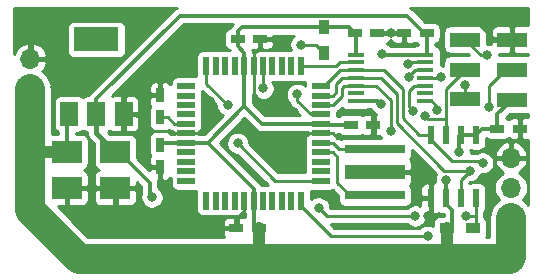
<source format=gbl>
G04 #@! TF.GenerationSoftware,KiCad,Pcbnew,no-vcs-found-e6baaa6~58~ubuntu16.04.1*
G04 #@! TF.CreationDate,2017-05-31T10:25:15+03:00*
G04 #@! TF.ProjectId,ws281x_led_strip_controller,7773323831785F6C65645F7374726970,rev?*
G04 #@! TF.FileFunction,Copper,L2,Bot,Signal*
G04 #@! TF.FilePolarity,Positive*
%FSLAX46Y46*%
G04 Gerber Fmt 4.6, Leading zero omitted, Abs format (unit mm)*
G04 Created by KiCad (PCBNEW no-vcs-found-e6baaa6~58~ubuntu16.04.1) date Wed May 31 10:25:15 2017*
%MOMM*%
%LPD*%
G01*
G04 APERTURE LIST*
%ADD10C,0.100000*%
%ADD11C,0.800000*%
%ADD12R,5.100000X0.800000*%
%ADD13R,5.100000X1.300000*%
%ADD14R,1.200000X0.750000*%
%ADD15R,0.750000X1.200000*%
%ADD16R,2.500000X1.270000*%
%ADD17R,0.900000X1.200000*%
%ADD18R,1.450000X0.450000*%
%ADD19R,2.500000X1.950000*%
%ADD20R,0.600000X1.550000*%
%ADD21R,1.500000X2.000000*%
%ADD22R,3.800000X2.000000*%
%ADD23R,1.200000X0.900000*%
%ADD24O,1.700000X1.700000*%
%ADD25R,1.700000X1.700000*%
%ADD26R,0.550000X1.500000*%
%ADD27R,1.500000X0.550000*%
%ADD28C,0.250000*%
%ADD29C,0.300000*%
%ADD30C,2.500000*%
%ADD31C,1.000000*%
%ADD32C,0.400000*%
%ADD33C,0.254000*%
G04 APERTURE END LIST*
D10*
D11*
X77100000Y-74000000D03*
X77100000Y-75000000D03*
X76100000Y-74000000D03*
X76100000Y-75000000D03*
X75100000Y-74000000D03*
X75100000Y-75000000D03*
X90400000Y-75300000D03*
X91400000Y-75300000D03*
X89400000Y-75300000D03*
X87100000Y-76500000D03*
X88100000Y-76500000D03*
X89100000Y-77500000D03*
X89100000Y-76500000D03*
X87100000Y-77500000D03*
X88100000Y-77500000D03*
X89100000Y-89800000D03*
X89100000Y-90800000D03*
X89100000Y-91800000D03*
X88100000Y-89800000D03*
X88100000Y-90800000D03*
X87100000Y-91800000D03*
X88100000Y-91800000D03*
X87100000Y-89800000D03*
X87100000Y-90800000D03*
X80600000Y-77800000D03*
X80600000Y-78800000D03*
X80600000Y-79800000D03*
X79600000Y-77800000D03*
X79600000Y-78800000D03*
X79600000Y-79800000D03*
X78600000Y-77800000D03*
X78600000Y-78800000D03*
X78600000Y-79800000D03*
X77600000Y-77800000D03*
X77600000Y-78800000D03*
X77600000Y-79800000D03*
D12*
X104700000Y-88950000D03*
D13*
X104700000Y-87000000D03*
D12*
X104700000Y-85050000D03*
D14*
X102950000Y-75200000D03*
X104850000Y-75200000D03*
X94950000Y-75700000D03*
X93050000Y-75700000D03*
X92950000Y-91700000D03*
X94850000Y-91700000D03*
D15*
X86500000Y-86550000D03*
X86500000Y-84650000D03*
X86500000Y-82350000D03*
X86500000Y-80450000D03*
D14*
X109050000Y-75200000D03*
X107150000Y-75200000D03*
D16*
X112300000Y-80800000D03*
X112300000Y-78300000D03*
X112300000Y-75760000D03*
X116300000Y-75760000D03*
X116300000Y-78300000D03*
X116300000Y-80840000D03*
D17*
X100400000Y-76900000D03*
X100400000Y-74700000D03*
D18*
X103050000Y-77050000D03*
X103050000Y-77700000D03*
X103050000Y-78350000D03*
X103050000Y-79000000D03*
X103050000Y-79650000D03*
X103050000Y-80300000D03*
X103050000Y-80950000D03*
X108950000Y-80950000D03*
X108950000Y-80300000D03*
X108950000Y-79650000D03*
X108950000Y-79000000D03*
X108950000Y-78350000D03*
X108950000Y-77700000D03*
X108950000Y-77050000D03*
D19*
X78600000Y-85275000D03*
X78600000Y-88325000D03*
X82700000Y-88325000D03*
X82700000Y-85275000D03*
D20*
X113210000Y-83800000D03*
X111940000Y-83800000D03*
X110670000Y-83800000D03*
X109400000Y-83800000D03*
X109400000Y-89200000D03*
X110670000Y-89200000D03*
X111940000Y-89200000D03*
X113210000Y-89200000D03*
D21*
X83400000Y-82050000D03*
X78800000Y-82050000D03*
X81100000Y-82050000D03*
D22*
X81100000Y-75750000D03*
D14*
X116950000Y-83300000D03*
X115050000Y-83300000D03*
D23*
X110800000Y-91700000D03*
X113000000Y-91700000D03*
D24*
X75500000Y-77400000D03*
D25*
X75500000Y-79940000D03*
D24*
X116200000Y-85760000D03*
X116200000Y-88300000D03*
D25*
X116200000Y-90840000D03*
D14*
X102650000Y-83000000D03*
X104550000Y-83000000D03*
D26*
X98400000Y-78000000D03*
X97600000Y-78000000D03*
X96800000Y-78000000D03*
X96000000Y-78000000D03*
X95200000Y-78000000D03*
X94400000Y-78000000D03*
X93600000Y-78000000D03*
X92800000Y-78000000D03*
X92000000Y-78000000D03*
X91200000Y-78000000D03*
X90400000Y-78000000D03*
D27*
X88700000Y-79700000D03*
X88700000Y-80500000D03*
X88700000Y-81300000D03*
X88700000Y-82100000D03*
X88700000Y-82900000D03*
X88700000Y-83700000D03*
X88700000Y-84500000D03*
X88700000Y-85300000D03*
X88700000Y-86100000D03*
X88700000Y-86900000D03*
X88700000Y-87700000D03*
D26*
X90400000Y-89400000D03*
X91200000Y-89400000D03*
X92000000Y-89400000D03*
X92800000Y-89400000D03*
X93600000Y-89400000D03*
X94400000Y-89400000D03*
X95200000Y-89400000D03*
X96000000Y-89400000D03*
X96800000Y-89400000D03*
X97600000Y-89400000D03*
X98400000Y-89400000D03*
D27*
X100100000Y-87700000D03*
X100100000Y-86900000D03*
X100100000Y-86100000D03*
X100100000Y-85300000D03*
X100100000Y-84500000D03*
X100100000Y-83700000D03*
X100100000Y-82900000D03*
X100100000Y-82100000D03*
X100100000Y-81300000D03*
X100100000Y-80500000D03*
X100100000Y-79700000D03*
D11*
X111400000Y-74200000D03*
X109899931Y-81700000D03*
X90751985Y-80948015D03*
X109200000Y-90700000D03*
X106000000Y-75200000D03*
X97850011Y-81860155D03*
X97800000Y-84100000D03*
X110700000Y-87625021D03*
X111800000Y-85300000D03*
X98400000Y-76200000D03*
X98100000Y-80400000D03*
X114200000Y-77100000D03*
X105314920Y-77003273D03*
X105225947Y-81216766D03*
X85800000Y-89100000D03*
X112300000Y-79585024D03*
X112700000Y-86850011D03*
X106000000Y-83500000D03*
X108916747Y-82223856D03*
X114290891Y-81444268D03*
X113800024Y-86200000D03*
X108094274Y-90698271D03*
X99900006Y-90000000D03*
X92200000Y-81300000D03*
X93051985Y-84548015D03*
X95200000Y-79899998D03*
X112400000Y-90700000D03*
X107502627Y-77850010D03*
X107938796Y-81841578D03*
X110227674Y-78917131D03*
X107574922Y-78949713D03*
X109126476Y-92399990D03*
D28*
X114800000Y-75760000D02*
X113240000Y-74200000D01*
X116300000Y-75760000D02*
X114800000Y-75760000D01*
X113240000Y-74200000D02*
X111400000Y-74200000D01*
X104550000Y-83000000D02*
X104550000Y-83625000D01*
X104550000Y-83625000D02*
X104075000Y-84100000D01*
X104075000Y-84100000D02*
X101500000Y-84100000D01*
X101500000Y-84100000D02*
X101100000Y-83700000D01*
X101100000Y-83700000D02*
X100100000Y-83700000D01*
X109925000Y-81674931D02*
X109899931Y-81700000D01*
X109925000Y-81425000D02*
X109925000Y-81674931D01*
X109450000Y-80950000D02*
X109925000Y-81425000D01*
X108950000Y-80950000D02*
X109450000Y-80950000D01*
X88700000Y-83700000D02*
X87700000Y-83700000D01*
X87700000Y-83700000D02*
X87500000Y-83500000D01*
X87500000Y-83500000D02*
X85850000Y-83500000D01*
X85850000Y-83500000D02*
X84400000Y-82050000D01*
X84400000Y-82050000D02*
X83400000Y-82050000D01*
X104700000Y-87000000D02*
X108400000Y-87000000D01*
X108400000Y-87000000D02*
X109400000Y-88000000D01*
X109400000Y-88000000D02*
X109400000Y-89200000D01*
X90751985Y-82648015D02*
X90751985Y-80948015D01*
X88700000Y-83700000D02*
X89700000Y-83700000D01*
X89700000Y-83700000D02*
X90751985Y-82648015D01*
X93600000Y-89400000D02*
X93600000Y-90300000D01*
X93000000Y-91650000D02*
X92950000Y-91700000D01*
X93600000Y-90300000D02*
X93000000Y-90900000D01*
X93000000Y-90900000D02*
X93000000Y-91650000D01*
X109400000Y-90500000D02*
X109200000Y-90700000D01*
X109400000Y-89200000D02*
X109400000Y-90500000D01*
X94950000Y-75700000D02*
X94950000Y-76325000D01*
X94950000Y-76325000D02*
X94400000Y-76875000D01*
X94400000Y-76875000D02*
X94400000Y-78000000D01*
X107150000Y-75200000D02*
X106000000Y-75200000D01*
X95913151Y-81860155D02*
X97850011Y-81860155D01*
X94400000Y-78000000D02*
X94400000Y-80347004D01*
X94400000Y-80347004D02*
X95913151Y-81860155D01*
X94400000Y-78000000D02*
X94549999Y-77850001D01*
X100100000Y-83700000D02*
X98200000Y-83700000D01*
X98200000Y-83700000D02*
X97800000Y-84100000D01*
D29*
X93425000Y-74700000D02*
X93050000Y-75075000D01*
X100400000Y-74700000D02*
X93425000Y-74700000D01*
X93050000Y-75075000D02*
X93050000Y-75700000D01*
X100400000Y-74700000D02*
X102450000Y-74700000D01*
X102450000Y-74700000D02*
X102950000Y-75200000D01*
D30*
X94800000Y-94300000D02*
X110800000Y-94300000D01*
D29*
X115050000Y-83300000D02*
X115050000Y-82090000D01*
X115050000Y-82090000D02*
X116300000Y-80840000D01*
X115050000Y-83300000D02*
X113710000Y-83300000D01*
X113710000Y-83300000D02*
X113210000Y-83800000D01*
X93050000Y-75700000D02*
X93050000Y-76325000D01*
X93600000Y-76875000D02*
X93600000Y-78000000D01*
X93050000Y-76325000D02*
X93600000Y-76875000D01*
D31*
X94850000Y-91700000D02*
X94850000Y-94250000D01*
X94850000Y-94250000D02*
X94800000Y-94300000D01*
D29*
X111220000Y-91280000D02*
X110800000Y-91700000D01*
X111220000Y-90225000D02*
X111220000Y-91280000D01*
X110670000Y-89200000D02*
X110670000Y-89675000D01*
X110670000Y-89675000D02*
X111220000Y-90225000D01*
X95100000Y-82900000D02*
X93600000Y-81400000D01*
X100100000Y-82900000D02*
X95100000Y-82900000D01*
X110670000Y-89200000D02*
X110670000Y-87655021D01*
X110670000Y-87655021D02*
X110700000Y-87625021D01*
X111800000Y-85300000D02*
X111800000Y-83940000D01*
X111800000Y-83940000D02*
X111940000Y-83800000D01*
D30*
X79649998Y-94300000D02*
X94800000Y-94300000D01*
X75500000Y-90150002D02*
X79649998Y-94300000D01*
X75500000Y-85300000D02*
X75500000Y-90150002D01*
D29*
X111940000Y-83800000D02*
X113210000Y-83800000D01*
D31*
X110800000Y-91700000D02*
X110800000Y-94300000D01*
D30*
X110800000Y-94300000D02*
X116090000Y-94300000D01*
D29*
X116090000Y-94300000D02*
X116200000Y-94190000D01*
D30*
X116200000Y-94190000D02*
X116200000Y-90840000D01*
X75500000Y-79940000D02*
X75500000Y-85300000D01*
D31*
X75500000Y-85300000D02*
X78575000Y-85300000D01*
D29*
X78575000Y-85300000D02*
X78600000Y-85275000D01*
X78600000Y-85275000D02*
X78600000Y-82250000D01*
X78600000Y-82250000D02*
X78800000Y-82050000D01*
X93600000Y-78000000D02*
X93600000Y-81400000D01*
X93600000Y-81400000D02*
X90500000Y-84500000D01*
X88700000Y-84500000D02*
X90500000Y-84500000D01*
X90500000Y-84500000D02*
X94400000Y-88400000D01*
X94400000Y-88400000D02*
X94400000Y-89400000D01*
X94400000Y-89400000D02*
X94400000Y-91250000D01*
X94400000Y-91250000D02*
X94850000Y-91700000D01*
X103050000Y-77050000D02*
X103050000Y-75300000D01*
X103050000Y-75300000D02*
X102950000Y-75200000D01*
X88700000Y-84500000D02*
X86650000Y-84500000D01*
X86650000Y-84500000D02*
X86500000Y-84650000D01*
X102650000Y-83000000D02*
X100200000Y-83000000D01*
X100200000Y-83000000D02*
X100100000Y-82900000D01*
D28*
X87150000Y-82350000D02*
X86500000Y-82350000D01*
X87700000Y-82900000D02*
X87150000Y-82350000D01*
X88700000Y-82900000D02*
X87700000Y-82900000D01*
X98100000Y-80965685D02*
X98100000Y-80400000D01*
X100100000Y-82100000D02*
X99234315Y-82100000D01*
X99234315Y-82100000D02*
X98100000Y-80965685D01*
X98400000Y-76200000D02*
X99700000Y-76200000D01*
X99700000Y-76200000D02*
X100400000Y-76900000D01*
X114200000Y-77100000D02*
X113640000Y-77100000D01*
X113640000Y-77100000D02*
X112300000Y-75760000D01*
D29*
X85800000Y-89100000D02*
X85600000Y-88900000D01*
X85600000Y-88900000D02*
X85600000Y-87900000D01*
X85600000Y-87900000D02*
X82975000Y-85275000D01*
X82975000Y-85275000D02*
X82700000Y-85275000D01*
X108950000Y-77050000D02*
X105361647Y-77050000D01*
X105361647Y-77050000D02*
X105314920Y-77003273D01*
X81100000Y-82050000D02*
X81100000Y-80800000D01*
X88175001Y-73724999D02*
X107349999Y-73724999D01*
X81100000Y-80800000D02*
X88175001Y-73724999D01*
X107349999Y-73724999D02*
X108825000Y-75200000D01*
X108825000Y-75200000D02*
X109050000Y-75200000D01*
X104959181Y-80950000D02*
X105225947Y-81216766D01*
X103050000Y-80950000D02*
X104959181Y-80950000D01*
D32*
X81100000Y-82050000D02*
X81100000Y-83675000D01*
X81100000Y-83675000D02*
X82700000Y-85275000D01*
D29*
X109050000Y-75200000D02*
X109050000Y-76950000D01*
X109050000Y-76950000D02*
X108950000Y-77050000D01*
D28*
X103050000Y-79000000D02*
X105200000Y-79000000D01*
X105200000Y-79000000D02*
X106527263Y-80327263D01*
X110542889Y-86850011D02*
X112700000Y-86850011D01*
X106527263Y-80327263D02*
X106527263Y-82834385D01*
X106527263Y-82834385D02*
X110542889Y-86850011D01*
X101100000Y-80500000D02*
X100100000Y-80500000D01*
X103050000Y-79000000D02*
X102075000Y-79000000D01*
X102075000Y-79000000D02*
X102074978Y-79000022D01*
X101400000Y-79492878D02*
X101400000Y-80200000D01*
X102074978Y-79000022D02*
X101892856Y-79000022D01*
X101892856Y-79000022D02*
X101400000Y-79492878D01*
X101400000Y-80200000D02*
X101100000Y-80500000D01*
X112300000Y-80800000D02*
X112300000Y-79585024D01*
X111940000Y-87610011D02*
X112700000Y-86850011D01*
X111940000Y-89200000D02*
X111940000Y-87610011D01*
X106000949Y-82933366D02*
X106000000Y-82934315D01*
X104806185Y-79650000D02*
X106000949Y-80844764D01*
X106000949Y-80844764D02*
X106000949Y-82933366D01*
X106000000Y-82934315D02*
X106000000Y-83500000D01*
X103050000Y-79650000D02*
X104806185Y-79650000D01*
X108916747Y-82223856D02*
X109192891Y-82500000D01*
X109192891Y-82500000D02*
X110600000Y-82500000D01*
X110600000Y-82500000D02*
X110670000Y-82570000D01*
X110670000Y-82570000D02*
X110670000Y-83800000D01*
X110674999Y-83320001D02*
X110670000Y-83325000D01*
X112300000Y-78300000D02*
X110674999Y-79925001D01*
X110674999Y-79925001D02*
X110674999Y-83320001D01*
X101100000Y-81300000D02*
X100100000Y-81300000D01*
X101900011Y-79824989D02*
X101900011Y-80499989D01*
X102075000Y-79650000D02*
X101900011Y-79824989D01*
X103050000Y-79650000D02*
X102075000Y-79650000D01*
X101900011Y-80499989D02*
X101100000Y-81300000D01*
X109400000Y-83800000D02*
X108400000Y-83800000D01*
X108400000Y-83800000D02*
X107027274Y-82427274D01*
X107027274Y-82427274D02*
X107027274Y-79920152D01*
X107027274Y-79920152D02*
X105457122Y-78350000D01*
X105457122Y-78350000D02*
X103050000Y-78350000D01*
X101750000Y-78350000D02*
X103050000Y-78350000D01*
X100100000Y-79700000D02*
X100400000Y-79700000D01*
X100400000Y-79700000D02*
X101750000Y-78350000D01*
X114290891Y-79694109D02*
X114290891Y-81444268D01*
X116300000Y-78300000D02*
X115685000Y-78300000D01*
X115685000Y-78300000D02*
X114290891Y-79694109D01*
X109400000Y-84275000D02*
X111200001Y-86075001D01*
X109400000Y-83800000D02*
X109400000Y-84275000D01*
X111200001Y-86075001D02*
X113675025Y-86075001D01*
X113675025Y-86075001D02*
X113800024Y-86200000D01*
X99900006Y-90000000D02*
X100600006Y-90700000D01*
X108092545Y-90700000D02*
X108094274Y-90698271D01*
X100600006Y-90700000D02*
X108092545Y-90700000D01*
X90400000Y-78000000D02*
X90400000Y-79500000D01*
X90400000Y-79500000D02*
X92200000Y-81300000D01*
X100100000Y-87700000D02*
X96203970Y-87700000D01*
X96203970Y-87700000D02*
X93051985Y-84548015D01*
X101392878Y-78000000D02*
X98400000Y-78000000D01*
X101692878Y-77700000D02*
X101392878Y-78000000D01*
X103050000Y-77700000D02*
X101692878Y-77700000D01*
X113210000Y-89200000D02*
X113210000Y-90700000D01*
X113210000Y-90700000D02*
X113210000Y-91490000D01*
X112400000Y-90700000D02*
X113210000Y-90700000D01*
X95200000Y-78000000D02*
X95200000Y-79899998D01*
X113210000Y-91490000D02*
X113000000Y-91700000D01*
X107652637Y-77700000D02*
X107502627Y-77850010D01*
X108950000Y-77700000D02*
X107652637Y-77700000D01*
X107975000Y-79650000D02*
X107538797Y-80086203D01*
X108950000Y-79650000D02*
X107975000Y-79650000D01*
X107538797Y-80086203D02*
X107538797Y-81441579D01*
X107538797Y-81441579D02*
X107938796Y-81841578D01*
X108950000Y-79000000D02*
X110144805Y-79000000D01*
X110144805Y-79000000D02*
X110227674Y-78917131D01*
X108950000Y-78350000D02*
X108100018Y-78350000D01*
X108100018Y-78350000D02*
X107574922Y-78875096D01*
X107574922Y-78875096D02*
X107574922Y-78949713D01*
X100924990Y-92399990D02*
X109126476Y-92399990D01*
X98400000Y-89400000D02*
X98400000Y-89875000D01*
X98400000Y-89875000D02*
X100924990Y-92399990D01*
X104700000Y-88950000D02*
X102550000Y-88950000D01*
X101100000Y-85300000D02*
X100100000Y-85300000D01*
X102550000Y-88950000D02*
X101500000Y-87900000D01*
X101500000Y-87900000D02*
X101500000Y-85700000D01*
X101500000Y-85700000D02*
X101100000Y-85300000D01*
X104700000Y-85050000D02*
X101650000Y-85050000D01*
X101650000Y-85050000D02*
X101100000Y-84500000D01*
X101100000Y-84500000D02*
X100100000Y-84500000D01*
D33*
G36*
X92535933Y-74560933D02*
X92493319Y-74612813D01*
X92450142Y-74664269D01*
X92448298Y-74667623D01*
X92445875Y-74670573D01*
X92414152Y-74729736D01*
X92403106Y-74749828D01*
X92336888Y-74756350D01*
X92228124Y-74789343D01*
X92127885Y-74842921D01*
X92040026Y-74915026D01*
X91967921Y-75002885D01*
X91914343Y-75103124D01*
X91881350Y-75211888D01*
X91870209Y-75325000D01*
X91870209Y-76075000D01*
X91881350Y-76188112D01*
X91914343Y-76296876D01*
X91967921Y-76397115D01*
X92040026Y-76484974D01*
X92127885Y-76557079D01*
X92228124Y-76610657D01*
X92336888Y-76643650D01*
X92403467Y-76650208D01*
X92409414Y-76661392D01*
X92419377Y-76680612D01*
X92411888Y-76681350D01*
X92400000Y-76684956D01*
X92388112Y-76681350D01*
X92275000Y-76670209D01*
X91725000Y-76670209D01*
X91611888Y-76681350D01*
X91600000Y-76684956D01*
X91588112Y-76681350D01*
X91475000Y-76670209D01*
X90925000Y-76670209D01*
X90811888Y-76681350D01*
X90800000Y-76684956D01*
X90788112Y-76681350D01*
X90675000Y-76670209D01*
X90125000Y-76670209D01*
X90011888Y-76681350D01*
X89903124Y-76714343D01*
X89802885Y-76767921D01*
X89715026Y-76840026D01*
X89642921Y-76927885D01*
X89589343Y-77028124D01*
X89556350Y-77136888D01*
X89545209Y-77250000D01*
X89545209Y-78750000D01*
X89555611Y-78855611D01*
X89450000Y-78845209D01*
X87950000Y-78845209D01*
X87836888Y-78856350D01*
X87728124Y-78889343D01*
X87627885Y-78942921D01*
X87540026Y-79015026D01*
X87467921Y-79102885D01*
X87414343Y-79203124D01*
X87381350Y-79311888D01*
X87370209Y-79425000D01*
X87370209Y-79552560D01*
X87323185Y-79482184D01*
X87242816Y-79401815D01*
X87148312Y-79338669D01*
X87043304Y-79295174D01*
X86931829Y-79273000D01*
X86742250Y-79273000D01*
X86598000Y-79417250D01*
X86598000Y-80352000D01*
X86618000Y-80352000D01*
X86618000Y-80548000D01*
X86598000Y-80548000D01*
X86598000Y-80568000D01*
X86402000Y-80568000D01*
X86402000Y-80548000D01*
X85692250Y-80548000D01*
X85548000Y-80692250D01*
X85548000Y-81106830D01*
X85570174Y-81218305D01*
X85613669Y-81323312D01*
X85665312Y-81400601D01*
X85642921Y-81427885D01*
X85589343Y-81528124D01*
X85556350Y-81636888D01*
X85545209Y-81750000D01*
X85545209Y-82950000D01*
X85556350Y-83063112D01*
X85589343Y-83171876D01*
X85642921Y-83272115D01*
X85715026Y-83359974D01*
X85802885Y-83432079D01*
X85903124Y-83485657D01*
X85950407Y-83500000D01*
X85903124Y-83514343D01*
X85802885Y-83567921D01*
X85715026Y-83640026D01*
X85642921Y-83727885D01*
X85589343Y-83828124D01*
X85556350Y-83936888D01*
X85545209Y-84050000D01*
X85545209Y-85250000D01*
X85556350Y-85363112D01*
X85589343Y-85471876D01*
X85642921Y-85572115D01*
X85665312Y-85599399D01*
X85613669Y-85676688D01*
X85570174Y-85781695D01*
X85548000Y-85893170D01*
X85548000Y-86307750D01*
X85692250Y-86452000D01*
X86402000Y-86452000D01*
X86402000Y-86432000D01*
X86598000Y-86432000D01*
X86598000Y-86452000D01*
X86618000Y-86452000D01*
X86618000Y-86648000D01*
X86598000Y-86648000D01*
X86598000Y-87582750D01*
X86742250Y-87727000D01*
X86931829Y-87727000D01*
X87043304Y-87704826D01*
X87148312Y-87661331D01*
X87242816Y-87598185D01*
X87323185Y-87517816D01*
X87370209Y-87447440D01*
X87370209Y-87975000D01*
X87381350Y-88088112D01*
X87414343Y-88196876D01*
X87467921Y-88297115D01*
X87540026Y-88384974D01*
X87627885Y-88457079D01*
X87728124Y-88510657D01*
X87836888Y-88543650D01*
X87950000Y-88554791D01*
X89450000Y-88554791D01*
X89555611Y-88544389D01*
X89545209Y-88650000D01*
X89545209Y-90150000D01*
X89556350Y-90263112D01*
X89589343Y-90371876D01*
X89642921Y-90472115D01*
X89715026Y-90559974D01*
X89802885Y-90632079D01*
X89903124Y-90685657D01*
X90011888Y-90718650D01*
X90125000Y-90729791D01*
X90675000Y-90729791D01*
X90788112Y-90718650D01*
X90800000Y-90715044D01*
X90811888Y-90718650D01*
X90925000Y-90729791D01*
X91475000Y-90729791D01*
X91588112Y-90718650D01*
X91600000Y-90715044D01*
X91611888Y-90718650D01*
X91725000Y-90729791D01*
X92275000Y-90729791D01*
X92388112Y-90718650D01*
X92400000Y-90715044D01*
X92411888Y-90718650D01*
X92525000Y-90729791D01*
X93075000Y-90729791D01*
X93188112Y-90718650D01*
X93203194Y-90714075D01*
X93268171Y-90727000D01*
X93357750Y-90727000D01*
X93502000Y-90582750D01*
X93502000Y-90539228D01*
X93557079Y-90472115D01*
X93600000Y-90391814D01*
X93642921Y-90472115D01*
X93673000Y-90508766D01*
X93673000Y-90761162D01*
X93606830Y-90748000D01*
X93192250Y-90748000D01*
X93048000Y-90892250D01*
X93048000Y-91602000D01*
X93068000Y-91602000D01*
X93068000Y-91798000D01*
X93048000Y-91798000D01*
X93048000Y-91818000D01*
X92852000Y-91818000D01*
X92852000Y-91798000D01*
X91917250Y-91798000D01*
X91773000Y-91942250D01*
X91773000Y-92131829D01*
X91795174Y-92243304D01*
X91838669Y-92348312D01*
X91901815Y-92442816D01*
X91931999Y-92473000D01*
X80406766Y-92473000D01*
X79201937Y-91268171D01*
X91773000Y-91268171D01*
X91773000Y-91457750D01*
X91917250Y-91602000D01*
X92852000Y-91602000D01*
X92852000Y-90892250D01*
X92707750Y-90748000D01*
X92293170Y-90748000D01*
X92181695Y-90770174D01*
X92076688Y-90813669D01*
X91982184Y-90876815D01*
X91901815Y-90957184D01*
X91838669Y-91051688D01*
X91795174Y-91156696D01*
X91773000Y-91268171D01*
X79201937Y-91268171D01*
X77810766Y-89877000D01*
X78357750Y-89877000D01*
X78502000Y-89732750D01*
X78502000Y-88423000D01*
X78698000Y-88423000D01*
X78698000Y-89732750D01*
X78842250Y-89877000D01*
X79906829Y-89877000D01*
X80018304Y-89854826D01*
X80123312Y-89811331D01*
X80217816Y-89748185D01*
X80298185Y-89667816D01*
X80361331Y-89573312D01*
X80404826Y-89468305D01*
X80427000Y-89356830D01*
X80427000Y-88567250D01*
X80873000Y-88567250D01*
X80873000Y-89356830D01*
X80895174Y-89468305D01*
X80938669Y-89573312D01*
X81001815Y-89667816D01*
X81082184Y-89748185D01*
X81176688Y-89811331D01*
X81281696Y-89854826D01*
X81393171Y-89877000D01*
X82457750Y-89877000D01*
X82602000Y-89732750D01*
X82602000Y-88423000D01*
X82798000Y-88423000D01*
X82798000Y-89732750D01*
X82942250Y-89877000D01*
X84006829Y-89877000D01*
X84118304Y-89854826D01*
X84223312Y-89811331D01*
X84317816Y-89748185D01*
X84398185Y-89667816D01*
X84461331Y-89573312D01*
X84504826Y-89468305D01*
X84527000Y-89356830D01*
X84527000Y-88567250D01*
X84382750Y-88423000D01*
X82798000Y-88423000D01*
X82602000Y-88423000D01*
X81017250Y-88423000D01*
X80873000Y-88567250D01*
X80427000Y-88567250D01*
X80282750Y-88423000D01*
X78698000Y-88423000D01*
X78502000Y-88423000D01*
X78482000Y-88423000D01*
X78482000Y-88227000D01*
X78502000Y-88227000D01*
X78502000Y-88207000D01*
X78698000Y-88207000D01*
X78698000Y-88227000D01*
X80282750Y-88227000D01*
X80427000Y-88082750D01*
X80427000Y-87293170D01*
X80404826Y-87181695D01*
X80361331Y-87076688D01*
X80298185Y-86982184D01*
X80217816Y-86901815D01*
X80123312Y-86838669D01*
X80027688Y-86799061D01*
X80071876Y-86785657D01*
X80172115Y-86732079D01*
X80259974Y-86659974D01*
X80332079Y-86572115D01*
X80385657Y-86471876D01*
X80418650Y-86363112D01*
X80429791Y-86250000D01*
X80429791Y-84300000D01*
X80418650Y-84186888D01*
X80385657Y-84078124D01*
X80332079Y-83977885D01*
X80259974Y-83890026D01*
X80172115Y-83817921D01*
X80071876Y-83764343D01*
X79963112Y-83731350D01*
X79850000Y-83720209D01*
X79327000Y-83720209D01*
X79327000Y-83629791D01*
X79550000Y-83629791D01*
X79663112Y-83618650D01*
X79771876Y-83585657D01*
X79872115Y-83532079D01*
X79950000Y-83468160D01*
X80027885Y-83532079D01*
X80128124Y-83585657D01*
X80236888Y-83618650D01*
X80323000Y-83627132D01*
X80323000Y-83675000D01*
X80330009Y-83746482D01*
X80336260Y-83817930D01*
X80337399Y-83821850D01*
X80337798Y-83825920D01*
X80358554Y-83894668D01*
X80378567Y-83963553D01*
X80380447Y-83967179D01*
X80381628Y-83971092D01*
X80415325Y-84034467D01*
X80448353Y-84098185D01*
X80450903Y-84101379D01*
X80452820Y-84104985D01*
X80498163Y-84160581D01*
X80542960Y-84216697D01*
X80548570Y-84222386D01*
X80548664Y-84222501D01*
X80548770Y-84222589D01*
X80550578Y-84224422D01*
X80870209Y-84544053D01*
X80870209Y-86250000D01*
X80881350Y-86363112D01*
X80914343Y-86471876D01*
X80967921Y-86572115D01*
X81040026Y-86659974D01*
X81127885Y-86732079D01*
X81228124Y-86785657D01*
X81272312Y-86799061D01*
X81176688Y-86838669D01*
X81082184Y-86901815D01*
X81001815Y-86982184D01*
X80938669Y-87076688D01*
X80895174Y-87181695D01*
X80873000Y-87293170D01*
X80873000Y-88082750D01*
X81017250Y-88227000D01*
X82602000Y-88227000D01*
X82602000Y-88207000D01*
X82798000Y-88207000D01*
X82798000Y-88227000D01*
X84382750Y-88227000D01*
X84527000Y-88082750D01*
X84527000Y-87855133D01*
X84873000Y-88201133D01*
X84873000Y-88782686D01*
X84864227Y-88803155D01*
X84824391Y-88990568D01*
X84821716Y-89182149D01*
X84856303Y-89370601D01*
X84926836Y-89548745D01*
X85030627Y-89709798D01*
X85163723Y-89847623D01*
X85321055Y-89956971D01*
X85496630Y-90033678D01*
X85683760Y-90074821D01*
X85875317Y-90078834D01*
X86064006Y-90045563D01*
X86242639Y-89976276D01*
X86404411Y-89873611D01*
X86543162Y-89741481D01*
X86653607Y-89584916D01*
X86731537Y-89409881D01*
X86773986Y-89223043D01*
X86777042Y-89004200D01*
X86739826Y-88816250D01*
X86666813Y-88639107D01*
X86560784Y-88479520D01*
X86425776Y-88343566D01*
X86327000Y-88276941D01*
X86327000Y-87900000D01*
X86320457Y-87833272D01*
X86314595Y-87766267D01*
X86313526Y-87762589D01*
X86313154Y-87758792D01*
X86293761Y-87694559D01*
X86292957Y-87691793D01*
X86402000Y-87582750D01*
X86402000Y-86648000D01*
X85692250Y-86648000D01*
X85548000Y-86792250D01*
X85548000Y-86819867D01*
X84529791Y-85801657D01*
X84529791Y-84300000D01*
X84518650Y-84186888D01*
X84485657Y-84078124D01*
X84432079Y-83977885D01*
X84359974Y-83890026D01*
X84272115Y-83817921D01*
X84171876Y-83764343D01*
X84063112Y-83731350D01*
X83950000Y-83720209D01*
X82244053Y-83720209D01*
X82096395Y-83572551D01*
X82172115Y-83532079D01*
X82251186Y-83467187D01*
X82282184Y-83498185D01*
X82376688Y-83561331D01*
X82481696Y-83604826D01*
X82593171Y-83627000D01*
X83157750Y-83627000D01*
X83302000Y-83482750D01*
X83302000Y-82148000D01*
X83498000Y-82148000D01*
X83498000Y-83482750D01*
X83642250Y-83627000D01*
X84206829Y-83627000D01*
X84318304Y-83604826D01*
X84423312Y-83561331D01*
X84517816Y-83498185D01*
X84598185Y-83417816D01*
X84661331Y-83323312D01*
X84704826Y-83218305D01*
X84727000Y-83106830D01*
X84727000Y-82292250D01*
X84582750Y-82148000D01*
X83498000Y-82148000D01*
X83302000Y-82148000D01*
X83282000Y-82148000D01*
X83282000Y-81952000D01*
X83302000Y-81952000D01*
X83302000Y-80617250D01*
X83498000Y-80617250D01*
X83498000Y-81952000D01*
X84582750Y-81952000D01*
X84727000Y-81807750D01*
X84727000Y-80993170D01*
X84704826Y-80881695D01*
X84661331Y-80776688D01*
X84598185Y-80682184D01*
X84517816Y-80601815D01*
X84423312Y-80538669D01*
X84318304Y-80495174D01*
X84206829Y-80473000D01*
X83642250Y-80473000D01*
X83498000Y-80617250D01*
X83302000Y-80617250D01*
X83157750Y-80473000D01*
X82593171Y-80473000D01*
X82481696Y-80495174D01*
X82398499Y-80529635D01*
X83134963Y-79793170D01*
X85548000Y-79793170D01*
X85548000Y-80207750D01*
X85692250Y-80352000D01*
X86402000Y-80352000D01*
X86402000Y-79417250D01*
X86257750Y-79273000D01*
X86068171Y-79273000D01*
X85956696Y-79295174D01*
X85851688Y-79338669D01*
X85757184Y-79401815D01*
X85676815Y-79482184D01*
X85613669Y-79576688D01*
X85570174Y-79681695D01*
X85548000Y-79793170D01*
X83134963Y-79793170D01*
X88476134Y-74451999D01*
X92644867Y-74451999D01*
X92535933Y-74560933D01*
X92535933Y-74560933D01*
G37*
X92535933Y-74560933D02*
X92493319Y-74612813D01*
X92450142Y-74664269D01*
X92448298Y-74667623D01*
X92445875Y-74670573D01*
X92414152Y-74729736D01*
X92403106Y-74749828D01*
X92336888Y-74756350D01*
X92228124Y-74789343D01*
X92127885Y-74842921D01*
X92040026Y-74915026D01*
X91967921Y-75002885D01*
X91914343Y-75103124D01*
X91881350Y-75211888D01*
X91870209Y-75325000D01*
X91870209Y-76075000D01*
X91881350Y-76188112D01*
X91914343Y-76296876D01*
X91967921Y-76397115D01*
X92040026Y-76484974D01*
X92127885Y-76557079D01*
X92228124Y-76610657D01*
X92336888Y-76643650D01*
X92403467Y-76650208D01*
X92409414Y-76661392D01*
X92419377Y-76680612D01*
X92411888Y-76681350D01*
X92400000Y-76684956D01*
X92388112Y-76681350D01*
X92275000Y-76670209D01*
X91725000Y-76670209D01*
X91611888Y-76681350D01*
X91600000Y-76684956D01*
X91588112Y-76681350D01*
X91475000Y-76670209D01*
X90925000Y-76670209D01*
X90811888Y-76681350D01*
X90800000Y-76684956D01*
X90788112Y-76681350D01*
X90675000Y-76670209D01*
X90125000Y-76670209D01*
X90011888Y-76681350D01*
X89903124Y-76714343D01*
X89802885Y-76767921D01*
X89715026Y-76840026D01*
X89642921Y-76927885D01*
X89589343Y-77028124D01*
X89556350Y-77136888D01*
X89545209Y-77250000D01*
X89545209Y-78750000D01*
X89555611Y-78855611D01*
X89450000Y-78845209D01*
X87950000Y-78845209D01*
X87836888Y-78856350D01*
X87728124Y-78889343D01*
X87627885Y-78942921D01*
X87540026Y-79015026D01*
X87467921Y-79102885D01*
X87414343Y-79203124D01*
X87381350Y-79311888D01*
X87370209Y-79425000D01*
X87370209Y-79552560D01*
X87323185Y-79482184D01*
X87242816Y-79401815D01*
X87148312Y-79338669D01*
X87043304Y-79295174D01*
X86931829Y-79273000D01*
X86742250Y-79273000D01*
X86598000Y-79417250D01*
X86598000Y-80352000D01*
X86618000Y-80352000D01*
X86618000Y-80548000D01*
X86598000Y-80548000D01*
X86598000Y-80568000D01*
X86402000Y-80568000D01*
X86402000Y-80548000D01*
X85692250Y-80548000D01*
X85548000Y-80692250D01*
X85548000Y-81106830D01*
X85570174Y-81218305D01*
X85613669Y-81323312D01*
X85665312Y-81400601D01*
X85642921Y-81427885D01*
X85589343Y-81528124D01*
X85556350Y-81636888D01*
X85545209Y-81750000D01*
X85545209Y-82950000D01*
X85556350Y-83063112D01*
X85589343Y-83171876D01*
X85642921Y-83272115D01*
X85715026Y-83359974D01*
X85802885Y-83432079D01*
X85903124Y-83485657D01*
X85950407Y-83500000D01*
X85903124Y-83514343D01*
X85802885Y-83567921D01*
X85715026Y-83640026D01*
X85642921Y-83727885D01*
X85589343Y-83828124D01*
X85556350Y-83936888D01*
X85545209Y-84050000D01*
X85545209Y-85250000D01*
X85556350Y-85363112D01*
X85589343Y-85471876D01*
X85642921Y-85572115D01*
X85665312Y-85599399D01*
X85613669Y-85676688D01*
X85570174Y-85781695D01*
X85548000Y-85893170D01*
X85548000Y-86307750D01*
X85692250Y-86452000D01*
X86402000Y-86452000D01*
X86402000Y-86432000D01*
X86598000Y-86432000D01*
X86598000Y-86452000D01*
X86618000Y-86452000D01*
X86618000Y-86648000D01*
X86598000Y-86648000D01*
X86598000Y-87582750D01*
X86742250Y-87727000D01*
X86931829Y-87727000D01*
X87043304Y-87704826D01*
X87148312Y-87661331D01*
X87242816Y-87598185D01*
X87323185Y-87517816D01*
X87370209Y-87447440D01*
X87370209Y-87975000D01*
X87381350Y-88088112D01*
X87414343Y-88196876D01*
X87467921Y-88297115D01*
X87540026Y-88384974D01*
X87627885Y-88457079D01*
X87728124Y-88510657D01*
X87836888Y-88543650D01*
X87950000Y-88554791D01*
X89450000Y-88554791D01*
X89555611Y-88544389D01*
X89545209Y-88650000D01*
X89545209Y-90150000D01*
X89556350Y-90263112D01*
X89589343Y-90371876D01*
X89642921Y-90472115D01*
X89715026Y-90559974D01*
X89802885Y-90632079D01*
X89903124Y-90685657D01*
X90011888Y-90718650D01*
X90125000Y-90729791D01*
X90675000Y-90729791D01*
X90788112Y-90718650D01*
X90800000Y-90715044D01*
X90811888Y-90718650D01*
X90925000Y-90729791D01*
X91475000Y-90729791D01*
X91588112Y-90718650D01*
X91600000Y-90715044D01*
X91611888Y-90718650D01*
X91725000Y-90729791D01*
X92275000Y-90729791D01*
X92388112Y-90718650D01*
X92400000Y-90715044D01*
X92411888Y-90718650D01*
X92525000Y-90729791D01*
X93075000Y-90729791D01*
X93188112Y-90718650D01*
X93203194Y-90714075D01*
X93268171Y-90727000D01*
X93357750Y-90727000D01*
X93502000Y-90582750D01*
X93502000Y-90539228D01*
X93557079Y-90472115D01*
X93600000Y-90391814D01*
X93642921Y-90472115D01*
X93673000Y-90508766D01*
X93673000Y-90761162D01*
X93606830Y-90748000D01*
X93192250Y-90748000D01*
X93048000Y-90892250D01*
X93048000Y-91602000D01*
X93068000Y-91602000D01*
X93068000Y-91798000D01*
X93048000Y-91798000D01*
X93048000Y-91818000D01*
X92852000Y-91818000D01*
X92852000Y-91798000D01*
X91917250Y-91798000D01*
X91773000Y-91942250D01*
X91773000Y-92131829D01*
X91795174Y-92243304D01*
X91838669Y-92348312D01*
X91901815Y-92442816D01*
X91931999Y-92473000D01*
X80406766Y-92473000D01*
X79201937Y-91268171D01*
X91773000Y-91268171D01*
X91773000Y-91457750D01*
X91917250Y-91602000D01*
X92852000Y-91602000D01*
X92852000Y-90892250D01*
X92707750Y-90748000D01*
X92293170Y-90748000D01*
X92181695Y-90770174D01*
X92076688Y-90813669D01*
X91982184Y-90876815D01*
X91901815Y-90957184D01*
X91838669Y-91051688D01*
X91795174Y-91156696D01*
X91773000Y-91268171D01*
X79201937Y-91268171D01*
X77810766Y-89877000D01*
X78357750Y-89877000D01*
X78502000Y-89732750D01*
X78502000Y-88423000D01*
X78698000Y-88423000D01*
X78698000Y-89732750D01*
X78842250Y-89877000D01*
X79906829Y-89877000D01*
X80018304Y-89854826D01*
X80123312Y-89811331D01*
X80217816Y-89748185D01*
X80298185Y-89667816D01*
X80361331Y-89573312D01*
X80404826Y-89468305D01*
X80427000Y-89356830D01*
X80427000Y-88567250D01*
X80873000Y-88567250D01*
X80873000Y-89356830D01*
X80895174Y-89468305D01*
X80938669Y-89573312D01*
X81001815Y-89667816D01*
X81082184Y-89748185D01*
X81176688Y-89811331D01*
X81281696Y-89854826D01*
X81393171Y-89877000D01*
X82457750Y-89877000D01*
X82602000Y-89732750D01*
X82602000Y-88423000D01*
X82798000Y-88423000D01*
X82798000Y-89732750D01*
X82942250Y-89877000D01*
X84006829Y-89877000D01*
X84118304Y-89854826D01*
X84223312Y-89811331D01*
X84317816Y-89748185D01*
X84398185Y-89667816D01*
X84461331Y-89573312D01*
X84504826Y-89468305D01*
X84527000Y-89356830D01*
X84527000Y-88567250D01*
X84382750Y-88423000D01*
X82798000Y-88423000D01*
X82602000Y-88423000D01*
X81017250Y-88423000D01*
X80873000Y-88567250D01*
X80427000Y-88567250D01*
X80282750Y-88423000D01*
X78698000Y-88423000D01*
X78502000Y-88423000D01*
X78482000Y-88423000D01*
X78482000Y-88227000D01*
X78502000Y-88227000D01*
X78502000Y-88207000D01*
X78698000Y-88207000D01*
X78698000Y-88227000D01*
X80282750Y-88227000D01*
X80427000Y-88082750D01*
X80427000Y-87293170D01*
X80404826Y-87181695D01*
X80361331Y-87076688D01*
X80298185Y-86982184D01*
X80217816Y-86901815D01*
X80123312Y-86838669D01*
X80027688Y-86799061D01*
X80071876Y-86785657D01*
X80172115Y-86732079D01*
X80259974Y-86659974D01*
X80332079Y-86572115D01*
X80385657Y-86471876D01*
X80418650Y-86363112D01*
X80429791Y-86250000D01*
X80429791Y-84300000D01*
X80418650Y-84186888D01*
X80385657Y-84078124D01*
X80332079Y-83977885D01*
X80259974Y-83890026D01*
X80172115Y-83817921D01*
X80071876Y-83764343D01*
X79963112Y-83731350D01*
X79850000Y-83720209D01*
X79327000Y-83720209D01*
X79327000Y-83629791D01*
X79550000Y-83629791D01*
X79663112Y-83618650D01*
X79771876Y-83585657D01*
X79872115Y-83532079D01*
X79950000Y-83468160D01*
X80027885Y-83532079D01*
X80128124Y-83585657D01*
X80236888Y-83618650D01*
X80323000Y-83627132D01*
X80323000Y-83675000D01*
X80330009Y-83746482D01*
X80336260Y-83817930D01*
X80337399Y-83821850D01*
X80337798Y-83825920D01*
X80358554Y-83894668D01*
X80378567Y-83963553D01*
X80380447Y-83967179D01*
X80381628Y-83971092D01*
X80415325Y-84034467D01*
X80448353Y-84098185D01*
X80450903Y-84101379D01*
X80452820Y-84104985D01*
X80498163Y-84160581D01*
X80542960Y-84216697D01*
X80548570Y-84222386D01*
X80548664Y-84222501D01*
X80548770Y-84222589D01*
X80550578Y-84224422D01*
X80870209Y-84544053D01*
X80870209Y-86250000D01*
X80881350Y-86363112D01*
X80914343Y-86471876D01*
X80967921Y-86572115D01*
X81040026Y-86659974D01*
X81127885Y-86732079D01*
X81228124Y-86785657D01*
X81272312Y-86799061D01*
X81176688Y-86838669D01*
X81082184Y-86901815D01*
X81001815Y-86982184D01*
X80938669Y-87076688D01*
X80895174Y-87181695D01*
X80873000Y-87293170D01*
X80873000Y-88082750D01*
X81017250Y-88227000D01*
X82602000Y-88227000D01*
X82602000Y-88207000D01*
X82798000Y-88207000D01*
X82798000Y-88227000D01*
X84382750Y-88227000D01*
X84527000Y-88082750D01*
X84527000Y-87855133D01*
X84873000Y-88201133D01*
X84873000Y-88782686D01*
X84864227Y-88803155D01*
X84824391Y-88990568D01*
X84821716Y-89182149D01*
X84856303Y-89370601D01*
X84926836Y-89548745D01*
X85030627Y-89709798D01*
X85163723Y-89847623D01*
X85321055Y-89956971D01*
X85496630Y-90033678D01*
X85683760Y-90074821D01*
X85875317Y-90078834D01*
X86064006Y-90045563D01*
X86242639Y-89976276D01*
X86404411Y-89873611D01*
X86543162Y-89741481D01*
X86653607Y-89584916D01*
X86731537Y-89409881D01*
X86773986Y-89223043D01*
X86777042Y-89004200D01*
X86739826Y-88816250D01*
X86666813Y-88639107D01*
X86560784Y-88479520D01*
X86425776Y-88343566D01*
X86327000Y-88276941D01*
X86327000Y-87900000D01*
X86320457Y-87833272D01*
X86314595Y-87766267D01*
X86313526Y-87762589D01*
X86313154Y-87758792D01*
X86293761Y-87694559D01*
X86292957Y-87691793D01*
X86402000Y-87582750D01*
X86402000Y-86648000D01*
X85692250Y-86648000D01*
X85548000Y-86792250D01*
X85548000Y-86819867D01*
X84529791Y-85801657D01*
X84529791Y-84300000D01*
X84518650Y-84186888D01*
X84485657Y-84078124D01*
X84432079Y-83977885D01*
X84359974Y-83890026D01*
X84272115Y-83817921D01*
X84171876Y-83764343D01*
X84063112Y-83731350D01*
X83950000Y-83720209D01*
X82244053Y-83720209D01*
X82096395Y-83572551D01*
X82172115Y-83532079D01*
X82251186Y-83467187D01*
X82282184Y-83498185D01*
X82376688Y-83561331D01*
X82481696Y-83604826D01*
X82593171Y-83627000D01*
X83157750Y-83627000D01*
X83302000Y-83482750D01*
X83302000Y-82148000D01*
X83498000Y-82148000D01*
X83498000Y-83482750D01*
X83642250Y-83627000D01*
X84206829Y-83627000D01*
X84318304Y-83604826D01*
X84423312Y-83561331D01*
X84517816Y-83498185D01*
X84598185Y-83417816D01*
X84661331Y-83323312D01*
X84704826Y-83218305D01*
X84727000Y-83106830D01*
X84727000Y-82292250D01*
X84582750Y-82148000D01*
X83498000Y-82148000D01*
X83302000Y-82148000D01*
X83282000Y-82148000D01*
X83282000Y-81952000D01*
X83302000Y-81952000D01*
X83302000Y-80617250D01*
X83498000Y-80617250D01*
X83498000Y-81952000D01*
X84582750Y-81952000D01*
X84727000Y-81807750D01*
X84727000Y-80993170D01*
X84704826Y-80881695D01*
X84661331Y-80776688D01*
X84598185Y-80682184D01*
X84517816Y-80601815D01*
X84423312Y-80538669D01*
X84318304Y-80495174D01*
X84206829Y-80473000D01*
X83642250Y-80473000D01*
X83498000Y-80617250D01*
X83302000Y-80617250D01*
X83157750Y-80473000D01*
X82593171Y-80473000D01*
X82481696Y-80495174D01*
X82398499Y-80529635D01*
X83134963Y-79793170D01*
X85548000Y-79793170D01*
X85548000Y-80207750D01*
X85692250Y-80352000D01*
X86402000Y-80352000D01*
X86402000Y-79417250D01*
X86257750Y-79273000D01*
X86068171Y-79273000D01*
X85956696Y-79295174D01*
X85851688Y-79338669D01*
X85757184Y-79401815D01*
X85676815Y-79482184D01*
X85613669Y-79576688D01*
X85570174Y-79681695D01*
X85548000Y-79793170D01*
X83134963Y-79793170D01*
X88476134Y-74451999D01*
X92644867Y-74451999D01*
X92535933Y-74560933D01*
G36*
X117648000Y-82356189D02*
X117606830Y-82348000D01*
X117192250Y-82348000D01*
X117048000Y-82492250D01*
X117048000Y-83202000D01*
X117068000Y-83202000D01*
X117068000Y-83398000D01*
X117048000Y-83398000D01*
X117048000Y-84107750D01*
X117192250Y-84252000D01*
X117606830Y-84252000D01*
X117648000Y-84243811D01*
X117648000Y-89738531D01*
X117496386Y-89552633D01*
X117221645Y-89325348D01*
X117206666Y-89317249D01*
X117212418Y-89312557D01*
X117389942Y-89097968D01*
X117522404Y-88852985D01*
X117604759Y-88586938D01*
X117633870Y-88309962D01*
X117608629Y-88032607D01*
X117529996Y-87765436D01*
X117400968Y-87518627D01*
X117226458Y-87301580D01*
X117013113Y-87122563D01*
X116842346Y-87028683D01*
X117027406Y-86922643D01*
X117238328Y-86738884D01*
X117409348Y-86517507D01*
X117533893Y-86267020D01*
X117590773Y-86079498D01*
X117479001Y-85858000D01*
X116298000Y-85858000D01*
X116298000Y-85878000D01*
X116102000Y-85878000D01*
X116102000Y-85858000D01*
X114920999Y-85858000D01*
X114809227Y-86079498D01*
X114866107Y-86267020D01*
X114990652Y-86517507D01*
X115161672Y-86738884D01*
X115372594Y-86922643D01*
X115558308Y-87029058D01*
X115403405Y-87111421D01*
X115187582Y-87287443D01*
X115010058Y-87502032D01*
X114877596Y-87747015D01*
X114795241Y-88013062D01*
X114766130Y-88290038D01*
X114791371Y-88567393D01*
X114870004Y-88834564D01*
X114999032Y-89081373D01*
X115173542Y-89298420D01*
X115194091Y-89315663D01*
X114921715Y-89534658D01*
X114692518Y-89807805D01*
X114520740Y-90120268D01*
X114412924Y-90460145D01*
X114373178Y-90814491D01*
X114373000Y-90840000D01*
X114373000Y-92473000D01*
X114081353Y-92473000D01*
X114082079Y-92472115D01*
X114135657Y-92371876D01*
X114168650Y-92263112D01*
X114179791Y-92150000D01*
X114179791Y-91250000D01*
X114168650Y-91136888D01*
X114135657Y-91028124D01*
X114082079Y-90927885D01*
X114009974Y-90840026D01*
X113922115Y-90767921D01*
X113912000Y-90762515D01*
X113912000Y-90391518D01*
X113919974Y-90384974D01*
X113992079Y-90297115D01*
X114045657Y-90196876D01*
X114078650Y-90088112D01*
X114089791Y-89975000D01*
X114089791Y-88425000D01*
X114078650Y-88311888D01*
X114045657Y-88203124D01*
X113992079Y-88102885D01*
X113919974Y-88015026D01*
X113832115Y-87942921D01*
X113731876Y-87889343D01*
X113623112Y-87856350D01*
X113510000Y-87845209D01*
X112910000Y-87845209D01*
X112796888Y-87856350D01*
X112688124Y-87889343D01*
X112642000Y-87913996D01*
X112642000Y-87900789D01*
X112715203Y-87827586D01*
X112775317Y-87828845D01*
X112964006Y-87795574D01*
X113142639Y-87726287D01*
X113304411Y-87623622D01*
X113443162Y-87491492D01*
X113553607Y-87334927D01*
X113630141Y-87163027D01*
X113683784Y-87174821D01*
X113875341Y-87178834D01*
X114064030Y-87145563D01*
X114242663Y-87076276D01*
X114404435Y-86973611D01*
X114543186Y-86841481D01*
X114653631Y-86684916D01*
X114731561Y-86509881D01*
X114774010Y-86323043D01*
X114777066Y-86104200D01*
X114739850Y-85916250D01*
X114666837Y-85739107D01*
X114560808Y-85579520D01*
X114425800Y-85443566D01*
X114421258Y-85440502D01*
X114809227Y-85440502D01*
X114920999Y-85662000D01*
X116102000Y-85662000D01*
X116102000Y-84480615D01*
X116298000Y-84480615D01*
X116298000Y-85662000D01*
X117479001Y-85662000D01*
X117590773Y-85440502D01*
X117533893Y-85252980D01*
X117409348Y-85002493D01*
X117238328Y-84781116D01*
X117027406Y-84597357D01*
X116784687Y-84458278D01*
X116519499Y-84369223D01*
X116298000Y-84480615D01*
X116102000Y-84480615D01*
X115880501Y-84369223D01*
X115615313Y-84458278D01*
X115372594Y-84597357D01*
X115161672Y-84781116D01*
X114990652Y-85002493D01*
X114866107Y-85252980D01*
X114809227Y-85440502D01*
X114421258Y-85440502D01*
X114266957Y-85336425D01*
X114090329Y-85262177D01*
X113902642Y-85223651D01*
X113711048Y-85222313D01*
X113522842Y-85258216D01*
X113345194Y-85329990D01*
X113279466Y-85373001D01*
X112774685Y-85373001D01*
X112777042Y-85204200D01*
X112763018Y-85133376D01*
X112796888Y-85143650D01*
X112910000Y-85154791D01*
X113510000Y-85154791D01*
X113623112Y-85143650D01*
X113731876Y-85110657D01*
X113832115Y-85057079D01*
X113919974Y-84984974D01*
X113992079Y-84897115D01*
X114045657Y-84796876D01*
X114078650Y-84688112D01*
X114089791Y-84575000D01*
X114089791Y-84125816D01*
X114127885Y-84157079D01*
X114228124Y-84210657D01*
X114336888Y-84243650D01*
X114450000Y-84254791D01*
X115650000Y-84254791D01*
X115763112Y-84243650D01*
X115871876Y-84210657D01*
X115972115Y-84157079D01*
X115999399Y-84134688D01*
X116076688Y-84186331D01*
X116181695Y-84229826D01*
X116293170Y-84252000D01*
X116707750Y-84252000D01*
X116852000Y-84107750D01*
X116852000Y-83398000D01*
X116832000Y-83398000D01*
X116832000Y-83202000D01*
X116852000Y-83202000D01*
X116852000Y-82492250D01*
X116707750Y-82348000D01*
X116293170Y-82348000D01*
X116181695Y-82370174D01*
X116076688Y-82413669D01*
X115999399Y-82465312D01*
X115972115Y-82442921D01*
X115871876Y-82389343D01*
X115800456Y-82367678D01*
X116113343Y-82054791D01*
X117550000Y-82054791D01*
X117648000Y-82045138D01*
X117648000Y-82356189D01*
X117648000Y-82356189D01*
G37*
X117648000Y-82356189D02*
X117606830Y-82348000D01*
X117192250Y-82348000D01*
X117048000Y-82492250D01*
X117048000Y-83202000D01*
X117068000Y-83202000D01*
X117068000Y-83398000D01*
X117048000Y-83398000D01*
X117048000Y-84107750D01*
X117192250Y-84252000D01*
X117606830Y-84252000D01*
X117648000Y-84243811D01*
X117648000Y-89738531D01*
X117496386Y-89552633D01*
X117221645Y-89325348D01*
X117206666Y-89317249D01*
X117212418Y-89312557D01*
X117389942Y-89097968D01*
X117522404Y-88852985D01*
X117604759Y-88586938D01*
X117633870Y-88309962D01*
X117608629Y-88032607D01*
X117529996Y-87765436D01*
X117400968Y-87518627D01*
X117226458Y-87301580D01*
X117013113Y-87122563D01*
X116842346Y-87028683D01*
X117027406Y-86922643D01*
X117238328Y-86738884D01*
X117409348Y-86517507D01*
X117533893Y-86267020D01*
X117590773Y-86079498D01*
X117479001Y-85858000D01*
X116298000Y-85858000D01*
X116298000Y-85878000D01*
X116102000Y-85878000D01*
X116102000Y-85858000D01*
X114920999Y-85858000D01*
X114809227Y-86079498D01*
X114866107Y-86267020D01*
X114990652Y-86517507D01*
X115161672Y-86738884D01*
X115372594Y-86922643D01*
X115558308Y-87029058D01*
X115403405Y-87111421D01*
X115187582Y-87287443D01*
X115010058Y-87502032D01*
X114877596Y-87747015D01*
X114795241Y-88013062D01*
X114766130Y-88290038D01*
X114791371Y-88567393D01*
X114870004Y-88834564D01*
X114999032Y-89081373D01*
X115173542Y-89298420D01*
X115194091Y-89315663D01*
X114921715Y-89534658D01*
X114692518Y-89807805D01*
X114520740Y-90120268D01*
X114412924Y-90460145D01*
X114373178Y-90814491D01*
X114373000Y-90840000D01*
X114373000Y-92473000D01*
X114081353Y-92473000D01*
X114082079Y-92472115D01*
X114135657Y-92371876D01*
X114168650Y-92263112D01*
X114179791Y-92150000D01*
X114179791Y-91250000D01*
X114168650Y-91136888D01*
X114135657Y-91028124D01*
X114082079Y-90927885D01*
X114009974Y-90840026D01*
X113922115Y-90767921D01*
X113912000Y-90762515D01*
X113912000Y-90391518D01*
X113919974Y-90384974D01*
X113992079Y-90297115D01*
X114045657Y-90196876D01*
X114078650Y-90088112D01*
X114089791Y-89975000D01*
X114089791Y-88425000D01*
X114078650Y-88311888D01*
X114045657Y-88203124D01*
X113992079Y-88102885D01*
X113919974Y-88015026D01*
X113832115Y-87942921D01*
X113731876Y-87889343D01*
X113623112Y-87856350D01*
X113510000Y-87845209D01*
X112910000Y-87845209D01*
X112796888Y-87856350D01*
X112688124Y-87889343D01*
X112642000Y-87913996D01*
X112642000Y-87900789D01*
X112715203Y-87827586D01*
X112775317Y-87828845D01*
X112964006Y-87795574D01*
X113142639Y-87726287D01*
X113304411Y-87623622D01*
X113443162Y-87491492D01*
X113553607Y-87334927D01*
X113630141Y-87163027D01*
X113683784Y-87174821D01*
X113875341Y-87178834D01*
X114064030Y-87145563D01*
X114242663Y-87076276D01*
X114404435Y-86973611D01*
X114543186Y-86841481D01*
X114653631Y-86684916D01*
X114731561Y-86509881D01*
X114774010Y-86323043D01*
X114777066Y-86104200D01*
X114739850Y-85916250D01*
X114666837Y-85739107D01*
X114560808Y-85579520D01*
X114425800Y-85443566D01*
X114421258Y-85440502D01*
X114809227Y-85440502D01*
X114920999Y-85662000D01*
X116102000Y-85662000D01*
X116102000Y-84480615D01*
X116298000Y-84480615D01*
X116298000Y-85662000D01*
X117479001Y-85662000D01*
X117590773Y-85440502D01*
X117533893Y-85252980D01*
X117409348Y-85002493D01*
X117238328Y-84781116D01*
X117027406Y-84597357D01*
X116784687Y-84458278D01*
X116519499Y-84369223D01*
X116298000Y-84480615D01*
X116102000Y-84480615D01*
X115880501Y-84369223D01*
X115615313Y-84458278D01*
X115372594Y-84597357D01*
X115161672Y-84781116D01*
X114990652Y-85002493D01*
X114866107Y-85252980D01*
X114809227Y-85440502D01*
X114421258Y-85440502D01*
X114266957Y-85336425D01*
X114090329Y-85262177D01*
X113902642Y-85223651D01*
X113711048Y-85222313D01*
X113522842Y-85258216D01*
X113345194Y-85329990D01*
X113279466Y-85373001D01*
X112774685Y-85373001D01*
X112777042Y-85204200D01*
X112763018Y-85133376D01*
X112796888Y-85143650D01*
X112910000Y-85154791D01*
X113510000Y-85154791D01*
X113623112Y-85143650D01*
X113731876Y-85110657D01*
X113832115Y-85057079D01*
X113919974Y-84984974D01*
X113992079Y-84897115D01*
X114045657Y-84796876D01*
X114078650Y-84688112D01*
X114089791Y-84575000D01*
X114089791Y-84125816D01*
X114127885Y-84157079D01*
X114228124Y-84210657D01*
X114336888Y-84243650D01*
X114450000Y-84254791D01*
X115650000Y-84254791D01*
X115763112Y-84243650D01*
X115871876Y-84210657D01*
X115972115Y-84157079D01*
X115999399Y-84134688D01*
X116076688Y-84186331D01*
X116181695Y-84229826D01*
X116293170Y-84252000D01*
X116707750Y-84252000D01*
X116852000Y-84107750D01*
X116852000Y-83398000D01*
X116832000Y-83398000D01*
X116832000Y-83202000D01*
X116852000Y-83202000D01*
X116852000Y-82492250D01*
X116707750Y-82348000D01*
X116293170Y-82348000D01*
X116181695Y-82370174D01*
X116076688Y-82413669D01*
X115999399Y-82465312D01*
X115972115Y-82442921D01*
X115871876Y-82389343D01*
X115800456Y-82367678D01*
X116113343Y-82054791D01*
X117550000Y-82054791D01*
X117648000Y-82045138D01*
X117648000Y-82356189D01*
G36*
X109844772Y-87144672D02*
X109839706Y-87152070D01*
X109764227Y-87328176D01*
X109724391Y-87515589D01*
X109721716Y-87707170D01*
X109747563Y-87848000D01*
X109642250Y-87848000D01*
X109498000Y-87992250D01*
X109498000Y-89102000D01*
X109518000Y-89102000D01*
X109518000Y-89298000D01*
X109498000Y-89298000D01*
X109498000Y-90407750D01*
X109642250Y-90552000D01*
X109756829Y-90552000D01*
X109868304Y-90529826D01*
X109973312Y-90486331D01*
X110034065Y-90445737D01*
X110047885Y-90457079D01*
X110148124Y-90510657D01*
X110256888Y-90543650D01*
X110370000Y-90554791D01*
X110493000Y-90554791D01*
X110493000Y-90670209D01*
X110200000Y-90670209D01*
X110086888Y-90681350D01*
X109978124Y-90714343D01*
X109877885Y-90767921D01*
X109790026Y-90840026D01*
X109717921Y-90927885D01*
X109664343Y-91028124D01*
X109631350Y-91136888D01*
X109620209Y-91250000D01*
X109620209Y-91554492D01*
X109593409Y-91536415D01*
X109416781Y-91462167D01*
X109229094Y-91423641D01*
X109037500Y-91422303D01*
X108849294Y-91458206D01*
X108671646Y-91529980D01*
X108511322Y-91634893D01*
X108446889Y-91697990D01*
X101215768Y-91697990D01*
X100919778Y-91402000D01*
X107415609Y-91402000D01*
X107457997Y-91445894D01*
X107615329Y-91555242D01*
X107790904Y-91631949D01*
X107978034Y-91673092D01*
X108169591Y-91677105D01*
X108358280Y-91643834D01*
X108536913Y-91574547D01*
X108698685Y-91471882D01*
X108837436Y-91339752D01*
X108947881Y-91183187D01*
X109025811Y-91008152D01*
X109068260Y-90821314D01*
X109071316Y-90602471D01*
X109061322Y-90552000D01*
X109157750Y-90552000D01*
X109302000Y-90407750D01*
X109302000Y-89298000D01*
X108667250Y-89298000D01*
X108523000Y-89442250D01*
X108523000Y-89818635D01*
X108384579Y-89760448D01*
X108196892Y-89721922D01*
X108005298Y-89720584D01*
X107817092Y-89756487D01*
X107639444Y-89828261D01*
X107479120Y-89933174D01*
X107412922Y-89998000D01*
X100890784Y-89998000D01*
X100875945Y-89983161D01*
X100877048Y-89904200D01*
X100839832Y-89716250D01*
X100766819Y-89539107D01*
X100660790Y-89379520D01*
X100525782Y-89243566D01*
X100366939Y-89136425D01*
X100190311Y-89062177D01*
X100002624Y-89023651D01*
X99811030Y-89022313D01*
X99622824Y-89058216D01*
X99445176Y-89129990D01*
X99284852Y-89234903D01*
X99254791Y-89264341D01*
X99254791Y-88650000D01*
X99244389Y-88544389D01*
X99350000Y-88554791D01*
X100850000Y-88554791D01*
X100963112Y-88543650D01*
X101071876Y-88510657D01*
X101101855Y-88494633D01*
X101570209Y-88962987D01*
X101570209Y-89350000D01*
X101581350Y-89463112D01*
X101614343Y-89571876D01*
X101667921Y-89672115D01*
X101740026Y-89759974D01*
X101827885Y-89832079D01*
X101928124Y-89885657D01*
X102036888Y-89918650D01*
X102150000Y-89929791D01*
X107250000Y-89929791D01*
X107363112Y-89918650D01*
X107471876Y-89885657D01*
X107572115Y-89832079D01*
X107659974Y-89759974D01*
X107732079Y-89672115D01*
X107785657Y-89571876D01*
X107818650Y-89463112D01*
X107829791Y-89350000D01*
X107829791Y-88550000D01*
X107818650Y-88436888D01*
X107797805Y-88368170D01*
X108523000Y-88368170D01*
X108523000Y-88957750D01*
X108667250Y-89102000D01*
X109302000Y-89102000D01*
X109302000Y-87992250D01*
X109157750Y-87848000D01*
X109043171Y-87848000D01*
X108931696Y-87870174D01*
X108826688Y-87913669D01*
X108732184Y-87976815D01*
X108651815Y-88057184D01*
X108588669Y-88151688D01*
X108545174Y-88256695D01*
X108523000Y-88368170D01*
X107797805Y-88368170D01*
X107785657Y-88328124D01*
X107732079Y-88227885D01*
X107659974Y-88140026D01*
X107612952Y-88101435D01*
X107617816Y-88098185D01*
X107698185Y-88017816D01*
X107761331Y-87923312D01*
X107804826Y-87818305D01*
X107827000Y-87706830D01*
X107827000Y-87242250D01*
X107682750Y-87098000D01*
X104798000Y-87098000D01*
X104798000Y-87118000D01*
X104602000Y-87118000D01*
X104602000Y-87098000D01*
X104582000Y-87098000D01*
X104582000Y-86902000D01*
X104602000Y-86902000D01*
X104602000Y-86882000D01*
X104798000Y-86882000D01*
X104798000Y-86902000D01*
X107682750Y-86902000D01*
X107827000Y-86757750D01*
X107827000Y-86293170D01*
X107804826Y-86181695D01*
X107761331Y-86076688D01*
X107698185Y-85982184D01*
X107617816Y-85901815D01*
X107612952Y-85898565D01*
X107659974Y-85859974D01*
X107732079Y-85772115D01*
X107785657Y-85671876D01*
X107818650Y-85563112D01*
X107829791Y-85450000D01*
X107829791Y-85129691D01*
X109844772Y-87144672D01*
X109844772Y-87144672D01*
G37*
X109844772Y-87144672D02*
X109839706Y-87152070D01*
X109764227Y-87328176D01*
X109724391Y-87515589D01*
X109721716Y-87707170D01*
X109747563Y-87848000D01*
X109642250Y-87848000D01*
X109498000Y-87992250D01*
X109498000Y-89102000D01*
X109518000Y-89102000D01*
X109518000Y-89298000D01*
X109498000Y-89298000D01*
X109498000Y-90407750D01*
X109642250Y-90552000D01*
X109756829Y-90552000D01*
X109868304Y-90529826D01*
X109973312Y-90486331D01*
X110034065Y-90445737D01*
X110047885Y-90457079D01*
X110148124Y-90510657D01*
X110256888Y-90543650D01*
X110370000Y-90554791D01*
X110493000Y-90554791D01*
X110493000Y-90670209D01*
X110200000Y-90670209D01*
X110086888Y-90681350D01*
X109978124Y-90714343D01*
X109877885Y-90767921D01*
X109790026Y-90840026D01*
X109717921Y-90927885D01*
X109664343Y-91028124D01*
X109631350Y-91136888D01*
X109620209Y-91250000D01*
X109620209Y-91554492D01*
X109593409Y-91536415D01*
X109416781Y-91462167D01*
X109229094Y-91423641D01*
X109037500Y-91422303D01*
X108849294Y-91458206D01*
X108671646Y-91529980D01*
X108511322Y-91634893D01*
X108446889Y-91697990D01*
X101215768Y-91697990D01*
X100919778Y-91402000D01*
X107415609Y-91402000D01*
X107457997Y-91445894D01*
X107615329Y-91555242D01*
X107790904Y-91631949D01*
X107978034Y-91673092D01*
X108169591Y-91677105D01*
X108358280Y-91643834D01*
X108536913Y-91574547D01*
X108698685Y-91471882D01*
X108837436Y-91339752D01*
X108947881Y-91183187D01*
X109025811Y-91008152D01*
X109068260Y-90821314D01*
X109071316Y-90602471D01*
X109061322Y-90552000D01*
X109157750Y-90552000D01*
X109302000Y-90407750D01*
X109302000Y-89298000D01*
X108667250Y-89298000D01*
X108523000Y-89442250D01*
X108523000Y-89818635D01*
X108384579Y-89760448D01*
X108196892Y-89721922D01*
X108005298Y-89720584D01*
X107817092Y-89756487D01*
X107639444Y-89828261D01*
X107479120Y-89933174D01*
X107412922Y-89998000D01*
X100890784Y-89998000D01*
X100875945Y-89983161D01*
X100877048Y-89904200D01*
X100839832Y-89716250D01*
X100766819Y-89539107D01*
X100660790Y-89379520D01*
X100525782Y-89243566D01*
X100366939Y-89136425D01*
X100190311Y-89062177D01*
X100002624Y-89023651D01*
X99811030Y-89022313D01*
X99622824Y-89058216D01*
X99445176Y-89129990D01*
X99284852Y-89234903D01*
X99254791Y-89264341D01*
X99254791Y-88650000D01*
X99244389Y-88544389D01*
X99350000Y-88554791D01*
X100850000Y-88554791D01*
X100963112Y-88543650D01*
X101071876Y-88510657D01*
X101101855Y-88494633D01*
X101570209Y-88962987D01*
X101570209Y-89350000D01*
X101581350Y-89463112D01*
X101614343Y-89571876D01*
X101667921Y-89672115D01*
X101740026Y-89759974D01*
X101827885Y-89832079D01*
X101928124Y-89885657D01*
X102036888Y-89918650D01*
X102150000Y-89929791D01*
X107250000Y-89929791D01*
X107363112Y-89918650D01*
X107471876Y-89885657D01*
X107572115Y-89832079D01*
X107659974Y-89759974D01*
X107732079Y-89672115D01*
X107785657Y-89571876D01*
X107818650Y-89463112D01*
X107829791Y-89350000D01*
X107829791Y-88550000D01*
X107818650Y-88436888D01*
X107797805Y-88368170D01*
X108523000Y-88368170D01*
X108523000Y-88957750D01*
X108667250Y-89102000D01*
X109302000Y-89102000D01*
X109302000Y-87992250D01*
X109157750Y-87848000D01*
X109043171Y-87848000D01*
X108931696Y-87870174D01*
X108826688Y-87913669D01*
X108732184Y-87976815D01*
X108651815Y-88057184D01*
X108588669Y-88151688D01*
X108545174Y-88256695D01*
X108523000Y-88368170D01*
X107797805Y-88368170D01*
X107785657Y-88328124D01*
X107732079Y-88227885D01*
X107659974Y-88140026D01*
X107612952Y-88101435D01*
X107617816Y-88098185D01*
X107698185Y-88017816D01*
X107761331Y-87923312D01*
X107804826Y-87818305D01*
X107827000Y-87706830D01*
X107827000Y-87242250D01*
X107682750Y-87098000D01*
X104798000Y-87098000D01*
X104798000Y-87118000D01*
X104602000Y-87118000D01*
X104602000Y-87098000D01*
X104582000Y-87098000D01*
X104582000Y-86902000D01*
X104602000Y-86902000D01*
X104602000Y-86882000D01*
X104798000Y-86882000D01*
X104798000Y-86902000D01*
X107682750Y-86902000D01*
X107827000Y-86757750D01*
X107827000Y-86293170D01*
X107804826Y-86181695D01*
X107761331Y-86076688D01*
X107698185Y-85982184D01*
X107617816Y-85901815D01*
X107612952Y-85898565D01*
X107659974Y-85859974D01*
X107732079Y-85772115D01*
X107785657Y-85671876D01*
X107818650Y-85563112D01*
X107829791Y-85450000D01*
X107829791Y-85129691D01*
X109844772Y-87144672D01*
G36*
X94585933Y-83414066D02*
X94637783Y-83456656D01*
X94689269Y-83499858D01*
X94692623Y-83501702D01*
X94695573Y-83504125D01*
X94754701Y-83535829D01*
X94813604Y-83568211D01*
X94817250Y-83569368D01*
X94820617Y-83571173D01*
X94884823Y-83590803D01*
X94948848Y-83611113D01*
X94952646Y-83611539D01*
X94956303Y-83612657D01*
X95023100Y-83619442D01*
X95089849Y-83626929D01*
X95097327Y-83626981D01*
X95097462Y-83626995D01*
X95097588Y-83626983D01*
X95100000Y-83627000D01*
X98991234Y-83627000D01*
X99027885Y-83657079D01*
X99108186Y-83700000D01*
X99027885Y-83742921D01*
X98960772Y-83798000D01*
X98917250Y-83798000D01*
X98773000Y-83942250D01*
X98773000Y-84031829D01*
X98785925Y-84096806D01*
X98781350Y-84111888D01*
X98770209Y-84225000D01*
X98770209Y-84775000D01*
X98781350Y-84888112D01*
X98784956Y-84900000D01*
X98781350Y-84911888D01*
X98770209Y-85025000D01*
X98770209Y-85575000D01*
X98781350Y-85688112D01*
X98784956Y-85700000D01*
X98781350Y-85711888D01*
X98770209Y-85825000D01*
X98770209Y-86375000D01*
X98781350Y-86488112D01*
X98784956Y-86500000D01*
X98781350Y-86511888D01*
X98770209Y-86625000D01*
X98770209Y-86998000D01*
X96494748Y-86998000D01*
X94027924Y-84531176D01*
X94029027Y-84452215D01*
X93991811Y-84264265D01*
X93918798Y-84087122D01*
X93812769Y-83927535D01*
X93677761Y-83791581D01*
X93518918Y-83684440D01*
X93342290Y-83610192D01*
X93154603Y-83571666D01*
X92963009Y-83570328D01*
X92774803Y-83606231D01*
X92597155Y-83678005D01*
X92436831Y-83782918D01*
X92299938Y-83916973D01*
X92191691Y-84075064D01*
X92116212Y-84251170D01*
X92076376Y-84438583D01*
X92073701Y-84630164D01*
X92108288Y-84818616D01*
X92178821Y-84996760D01*
X92282612Y-85157813D01*
X92415708Y-85295638D01*
X92573040Y-85404986D01*
X92748615Y-85481693D01*
X92935745Y-85522836D01*
X93036131Y-85524939D01*
X95594471Y-88083279D01*
X95588112Y-88081350D01*
X95475000Y-88070209D01*
X95044096Y-88070209D01*
X95040607Y-88063648D01*
X95009714Y-88004048D01*
X95007330Y-88001061D01*
X95005534Y-87997684D01*
X94963077Y-87945626D01*
X94921194Y-87893161D01*
X94915945Y-87887837D01*
X94915858Y-87887731D01*
X94915760Y-87887650D01*
X94914067Y-87885933D01*
X91528134Y-84500000D01*
X93600000Y-82428134D01*
X94585933Y-83414066D01*
X94585933Y-83414066D01*
G37*
X94585933Y-83414066D02*
X94637783Y-83456656D01*
X94689269Y-83499858D01*
X94692623Y-83501702D01*
X94695573Y-83504125D01*
X94754701Y-83535829D01*
X94813604Y-83568211D01*
X94817250Y-83569368D01*
X94820617Y-83571173D01*
X94884823Y-83590803D01*
X94948848Y-83611113D01*
X94952646Y-83611539D01*
X94956303Y-83612657D01*
X95023100Y-83619442D01*
X95089849Y-83626929D01*
X95097327Y-83626981D01*
X95097462Y-83626995D01*
X95097588Y-83626983D01*
X95100000Y-83627000D01*
X98991234Y-83627000D01*
X99027885Y-83657079D01*
X99108186Y-83700000D01*
X99027885Y-83742921D01*
X98960772Y-83798000D01*
X98917250Y-83798000D01*
X98773000Y-83942250D01*
X98773000Y-84031829D01*
X98785925Y-84096806D01*
X98781350Y-84111888D01*
X98770209Y-84225000D01*
X98770209Y-84775000D01*
X98781350Y-84888112D01*
X98784956Y-84900000D01*
X98781350Y-84911888D01*
X98770209Y-85025000D01*
X98770209Y-85575000D01*
X98781350Y-85688112D01*
X98784956Y-85700000D01*
X98781350Y-85711888D01*
X98770209Y-85825000D01*
X98770209Y-86375000D01*
X98781350Y-86488112D01*
X98784956Y-86500000D01*
X98781350Y-86511888D01*
X98770209Y-86625000D01*
X98770209Y-86998000D01*
X96494748Y-86998000D01*
X94027924Y-84531176D01*
X94029027Y-84452215D01*
X93991811Y-84264265D01*
X93918798Y-84087122D01*
X93812769Y-83927535D01*
X93677761Y-83791581D01*
X93518918Y-83684440D01*
X93342290Y-83610192D01*
X93154603Y-83571666D01*
X92963009Y-83570328D01*
X92774803Y-83606231D01*
X92597155Y-83678005D01*
X92436831Y-83782918D01*
X92299938Y-83916973D01*
X92191691Y-84075064D01*
X92116212Y-84251170D01*
X92076376Y-84438583D01*
X92073701Y-84630164D01*
X92108288Y-84818616D01*
X92178821Y-84996760D01*
X92282612Y-85157813D01*
X92415708Y-85295638D01*
X92573040Y-85404986D01*
X92748615Y-85481693D01*
X92935745Y-85522836D01*
X93036131Y-85524939D01*
X95594471Y-88083279D01*
X95588112Y-88081350D01*
X95475000Y-88070209D01*
X95044096Y-88070209D01*
X95040607Y-88063648D01*
X95009714Y-88004048D01*
X95007330Y-88001061D01*
X95005534Y-87997684D01*
X94963077Y-87945626D01*
X94921194Y-87893161D01*
X94915945Y-87887837D01*
X94915858Y-87887731D01*
X94915760Y-87887650D01*
X94914067Y-87885933D01*
X91528134Y-84500000D01*
X93600000Y-82428134D01*
X94585933Y-83414066D01*
G36*
X101915026Y-81584974D02*
X102002885Y-81657079D01*
X102103124Y-81710657D01*
X102211888Y-81743650D01*
X102325000Y-81754791D01*
X103775000Y-81754791D01*
X103888112Y-81743650D01*
X103996876Y-81710657D01*
X104059845Y-81677000D01*
X104360187Y-81677000D01*
X104456574Y-81826564D01*
X104589670Y-81964389D01*
X104747002Y-82073737D01*
X104760581Y-82079669D01*
X104648000Y-82192250D01*
X104648000Y-82902000D01*
X104668000Y-82902000D01*
X104668000Y-83098000D01*
X104648000Y-83098000D01*
X104648000Y-83807750D01*
X104792250Y-83952000D01*
X105128934Y-83952000D01*
X105205114Y-84070209D01*
X102150000Y-84070209D01*
X102036888Y-84081350D01*
X101928124Y-84114343D01*
X101827885Y-84167921D01*
X101790984Y-84198206D01*
X101596389Y-84003611D01*
X101546271Y-83962443D01*
X101496607Y-83920770D01*
X101493375Y-83918993D01*
X101490520Y-83916648D01*
X101433362Y-83886001D01*
X101376547Y-83854767D01*
X101373026Y-83853650D01*
X101369775Y-83851907D01*
X101322072Y-83837322D01*
X101282752Y-83798002D01*
X101427000Y-83798002D01*
X101427000Y-83727000D01*
X101592447Y-83727000D01*
X101640026Y-83784974D01*
X101727885Y-83857079D01*
X101828124Y-83910657D01*
X101936888Y-83943650D01*
X102050000Y-83954791D01*
X103250000Y-83954791D01*
X103363112Y-83943650D01*
X103471876Y-83910657D01*
X103572115Y-83857079D01*
X103599399Y-83834688D01*
X103676688Y-83886331D01*
X103781695Y-83929826D01*
X103893170Y-83952000D01*
X104307750Y-83952000D01*
X104452000Y-83807750D01*
X104452000Y-83098000D01*
X104432000Y-83098000D01*
X104432000Y-82902000D01*
X104452000Y-82902000D01*
X104452000Y-82192250D01*
X104307750Y-82048000D01*
X103893170Y-82048000D01*
X103781695Y-82070174D01*
X103676688Y-82113669D01*
X103599399Y-82165312D01*
X103572115Y-82142921D01*
X103471876Y-82089343D01*
X103363112Y-82056350D01*
X103250000Y-82045209D01*
X102050000Y-82045209D01*
X101936888Y-82056350D01*
X101828124Y-82089343D01*
X101727885Y-82142921D01*
X101640026Y-82215026D01*
X101592447Y-82273000D01*
X101429791Y-82273000D01*
X101429791Y-81915984D01*
X101482337Y-81888747D01*
X101485222Y-81886444D01*
X101488481Y-81884711D01*
X101538714Y-81843742D01*
X101589411Y-81803271D01*
X101594548Y-81798204D01*
X101594653Y-81798119D01*
X101594733Y-81798022D01*
X101596389Y-81796389D01*
X101866695Y-81526083D01*
X101915026Y-81584974D01*
X101915026Y-81584974D01*
G37*
X101915026Y-81584974D02*
X102002885Y-81657079D01*
X102103124Y-81710657D01*
X102211888Y-81743650D01*
X102325000Y-81754791D01*
X103775000Y-81754791D01*
X103888112Y-81743650D01*
X103996876Y-81710657D01*
X104059845Y-81677000D01*
X104360187Y-81677000D01*
X104456574Y-81826564D01*
X104589670Y-81964389D01*
X104747002Y-82073737D01*
X104760581Y-82079669D01*
X104648000Y-82192250D01*
X104648000Y-82902000D01*
X104668000Y-82902000D01*
X104668000Y-83098000D01*
X104648000Y-83098000D01*
X104648000Y-83807750D01*
X104792250Y-83952000D01*
X105128934Y-83952000D01*
X105205114Y-84070209D01*
X102150000Y-84070209D01*
X102036888Y-84081350D01*
X101928124Y-84114343D01*
X101827885Y-84167921D01*
X101790984Y-84198206D01*
X101596389Y-84003611D01*
X101546271Y-83962443D01*
X101496607Y-83920770D01*
X101493375Y-83918993D01*
X101490520Y-83916648D01*
X101433362Y-83886001D01*
X101376547Y-83854767D01*
X101373026Y-83853650D01*
X101369775Y-83851907D01*
X101322072Y-83837322D01*
X101282752Y-83798002D01*
X101427000Y-83798002D01*
X101427000Y-83727000D01*
X101592447Y-83727000D01*
X101640026Y-83784974D01*
X101727885Y-83857079D01*
X101828124Y-83910657D01*
X101936888Y-83943650D01*
X102050000Y-83954791D01*
X103250000Y-83954791D01*
X103363112Y-83943650D01*
X103471876Y-83910657D01*
X103572115Y-83857079D01*
X103599399Y-83834688D01*
X103676688Y-83886331D01*
X103781695Y-83929826D01*
X103893170Y-83952000D01*
X104307750Y-83952000D01*
X104452000Y-83807750D01*
X104452000Y-83098000D01*
X104432000Y-83098000D01*
X104432000Y-82902000D01*
X104452000Y-82902000D01*
X104452000Y-82192250D01*
X104307750Y-82048000D01*
X103893170Y-82048000D01*
X103781695Y-82070174D01*
X103676688Y-82113669D01*
X103599399Y-82165312D01*
X103572115Y-82142921D01*
X103471876Y-82089343D01*
X103363112Y-82056350D01*
X103250000Y-82045209D01*
X102050000Y-82045209D01*
X101936888Y-82056350D01*
X101828124Y-82089343D01*
X101727885Y-82142921D01*
X101640026Y-82215026D01*
X101592447Y-82273000D01*
X101429791Y-82273000D01*
X101429791Y-81915984D01*
X101482337Y-81888747D01*
X101485222Y-81886444D01*
X101488481Y-81884711D01*
X101538714Y-81843742D01*
X101589411Y-81803271D01*
X101594548Y-81798204D01*
X101594653Y-81798119D01*
X101594733Y-81798022D01*
X101596389Y-81796389D01*
X101866695Y-81526083D01*
X101915026Y-81584974D01*
G36*
X87253702Y-83437535D02*
X87303393Y-83479230D01*
X87306628Y-83481009D01*
X87309480Y-83483351D01*
X87366618Y-83513988D01*
X87423453Y-83545233D01*
X87426972Y-83546349D01*
X87430224Y-83548093D01*
X87477927Y-83562677D01*
X87517250Y-83602000D01*
X87560772Y-83602000D01*
X87627885Y-83657079D01*
X87708186Y-83700000D01*
X87627885Y-83742921D01*
X87591234Y-83773000D01*
X87381193Y-83773000D01*
X87357079Y-83727885D01*
X87284974Y-83640026D01*
X87197115Y-83567921D01*
X87096876Y-83514343D01*
X87049593Y-83500000D01*
X87096876Y-83485657D01*
X87197115Y-83432079D01*
X87222099Y-83411575D01*
X87253702Y-83437535D01*
X87253702Y-83437535D01*
G37*
X87253702Y-83437535D02*
X87303393Y-83479230D01*
X87306628Y-83481009D01*
X87309480Y-83483351D01*
X87366618Y-83513988D01*
X87423453Y-83545233D01*
X87426972Y-83546349D01*
X87430224Y-83548093D01*
X87477927Y-83562677D01*
X87517250Y-83602000D01*
X87560772Y-83602000D01*
X87627885Y-83657079D01*
X87708186Y-83700000D01*
X87627885Y-83742921D01*
X87591234Y-83773000D01*
X87381193Y-83773000D01*
X87357079Y-83727885D01*
X87284974Y-83640026D01*
X87197115Y-83567921D01*
X87096876Y-83514343D01*
X87049593Y-83500000D01*
X87096876Y-83485657D01*
X87197115Y-83432079D01*
X87222099Y-83411575D01*
X87253702Y-83437535D01*
G36*
X91222648Y-81315426D02*
X91221716Y-81382149D01*
X91256303Y-81570601D01*
X91326836Y-81748745D01*
X91430627Y-81909798D01*
X91563723Y-82047623D01*
X91721055Y-82156971D01*
X91786363Y-82185503D01*
X90198866Y-83773000D01*
X89808766Y-83773000D01*
X89772115Y-83742921D01*
X89691814Y-83700000D01*
X89772115Y-83657079D01*
X89839228Y-83602000D01*
X89882750Y-83602000D01*
X90027000Y-83457750D01*
X90027000Y-83368171D01*
X90014075Y-83303194D01*
X90018650Y-83288112D01*
X90029791Y-83175000D01*
X90029791Y-82625000D01*
X90018650Y-82511888D01*
X90015044Y-82500000D01*
X90018650Y-82488112D01*
X90029791Y-82375000D01*
X90029791Y-81825000D01*
X90018650Y-81711888D01*
X90015044Y-81700000D01*
X90018650Y-81688112D01*
X90029791Y-81575000D01*
X90029791Y-81025000D01*
X90018650Y-80911888D01*
X90015044Y-80900000D01*
X90018650Y-80888112D01*
X90029791Y-80775000D01*
X90029791Y-80225000D01*
X90018650Y-80111888D01*
X90018450Y-80111228D01*
X91222648Y-81315426D01*
X91222648Y-81315426D01*
G37*
X91222648Y-81315426D02*
X91221716Y-81382149D01*
X91256303Y-81570601D01*
X91326836Y-81748745D01*
X91430627Y-81909798D01*
X91563723Y-82047623D01*
X91721055Y-82156971D01*
X91786363Y-82185503D01*
X90198866Y-83773000D01*
X89808766Y-83773000D01*
X89772115Y-83742921D01*
X89691814Y-83700000D01*
X89772115Y-83657079D01*
X89839228Y-83602000D01*
X89882750Y-83602000D01*
X90027000Y-83457750D01*
X90027000Y-83368171D01*
X90014075Y-83303194D01*
X90018650Y-83288112D01*
X90029791Y-83175000D01*
X90029791Y-82625000D01*
X90018650Y-82511888D01*
X90015044Y-82500000D01*
X90018650Y-82488112D01*
X90029791Y-82375000D01*
X90029791Y-81825000D01*
X90018650Y-81711888D01*
X90015044Y-81700000D01*
X90018650Y-81688112D01*
X90029791Y-81575000D01*
X90029791Y-81025000D01*
X90018650Y-80911888D01*
X90015044Y-80900000D01*
X90018650Y-80888112D01*
X90029791Y-80775000D01*
X90029791Y-80225000D01*
X90018650Y-80111888D01*
X90018450Y-80111228D01*
X91222648Y-81315426D01*
G36*
X87897963Y-73052854D02*
X87838609Y-73084413D01*
X87779049Y-73115286D01*
X87776066Y-73117667D01*
X87772685Y-73119465D01*
X87720600Y-73161945D01*
X87668162Y-73203805D01*
X87662843Y-73209051D01*
X87662732Y-73209141D01*
X87662647Y-73209243D01*
X87660934Y-73210933D01*
X80585933Y-80285933D01*
X80543319Y-80337813D01*
X80500142Y-80389269D01*
X80498298Y-80392623D01*
X80495875Y-80395573D01*
X80464152Y-80454736D01*
X80455645Y-80470209D01*
X80350000Y-80470209D01*
X80236888Y-80481350D01*
X80128124Y-80514343D01*
X80027885Y-80567921D01*
X79950000Y-80631840D01*
X79872115Y-80567921D01*
X79771876Y-80514343D01*
X79663112Y-80481350D01*
X79550000Y-80470209D01*
X78050000Y-80470209D01*
X77936888Y-80481350D01*
X77828124Y-80514343D01*
X77727885Y-80567921D01*
X77640026Y-80640026D01*
X77567921Y-80727885D01*
X77514343Y-80828124D01*
X77481350Y-80936888D01*
X77470209Y-81050000D01*
X77470209Y-83050000D01*
X77481350Y-83163112D01*
X77514343Y-83271876D01*
X77567921Y-83372115D01*
X77640026Y-83459974D01*
X77727885Y-83532079D01*
X77828124Y-83585657D01*
X77873000Y-83599270D01*
X77873000Y-83720209D01*
X77350000Y-83720209D01*
X77327000Y-83722474D01*
X77327000Y-79940000D01*
X77292205Y-79585134D01*
X77189146Y-79243784D01*
X77021747Y-78928954D01*
X76796386Y-78652633D01*
X76521645Y-78425348D01*
X76499031Y-78413121D01*
X76538328Y-78378884D01*
X76709348Y-78157507D01*
X76833893Y-77907020D01*
X76890773Y-77719498D01*
X76779001Y-77498000D01*
X75598000Y-77498000D01*
X75598000Y-77518000D01*
X75402000Y-77518000D01*
X75402000Y-77498000D01*
X75382000Y-77498000D01*
X75382000Y-77302000D01*
X75402000Y-77302000D01*
X75402000Y-76120615D01*
X75598000Y-76120615D01*
X75598000Y-77302000D01*
X76779001Y-77302000D01*
X76890773Y-77080502D01*
X76833893Y-76892980D01*
X76709348Y-76642493D01*
X76538328Y-76421116D01*
X76327406Y-76237357D01*
X76084687Y-76098278D01*
X75819499Y-76009223D01*
X75598000Y-76120615D01*
X75402000Y-76120615D01*
X75180501Y-76009223D01*
X74915313Y-76098278D01*
X74672594Y-76237357D01*
X74461672Y-76421116D01*
X74290652Y-76642493D01*
X74166107Y-76892980D01*
X74152000Y-76939488D01*
X74152000Y-74750000D01*
X78620209Y-74750000D01*
X78620209Y-76750000D01*
X78631350Y-76863112D01*
X78664343Y-76971876D01*
X78717921Y-77072115D01*
X78790026Y-77159974D01*
X78877885Y-77232079D01*
X78978124Y-77285657D01*
X79086888Y-77318650D01*
X79200000Y-77329791D01*
X83000000Y-77329791D01*
X83113112Y-77318650D01*
X83221876Y-77285657D01*
X83322115Y-77232079D01*
X83409974Y-77159974D01*
X83482079Y-77072115D01*
X83535657Y-76971876D01*
X83568650Y-76863112D01*
X83579791Y-76750000D01*
X83579791Y-74750000D01*
X83568650Y-74636888D01*
X83535657Y-74528124D01*
X83482079Y-74427885D01*
X83409974Y-74340026D01*
X83322115Y-74267921D01*
X83221876Y-74214343D01*
X83113112Y-74181350D01*
X83000000Y-74170209D01*
X79200000Y-74170209D01*
X79086888Y-74181350D01*
X78978124Y-74214343D01*
X78877885Y-74267921D01*
X78790026Y-74340026D01*
X78717921Y-74427885D01*
X78664343Y-74528124D01*
X78631350Y-74636888D01*
X78620209Y-74750000D01*
X74152000Y-74750000D01*
X74152000Y-73052000D01*
X87900792Y-73052000D01*
X87897963Y-73052854D01*
X87897963Y-73052854D01*
G37*
X87897963Y-73052854D02*
X87838609Y-73084413D01*
X87779049Y-73115286D01*
X87776066Y-73117667D01*
X87772685Y-73119465D01*
X87720600Y-73161945D01*
X87668162Y-73203805D01*
X87662843Y-73209051D01*
X87662732Y-73209141D01*
X87662647Y-73209243D01*
X87660934Y-73210933D01*
X80585933Y-80285933D01*
X80543319Y-80337813D01*
X80500142Y-80389269D01*
X80498298Y-80392623D01*
X80495875Y-80395573D01*
X80464152Y-80454736D01*
X80455645Y-80470209D01*
X80350000Y-80470209D01*
X80236888Y-80481350D01*
X80128124Y-80514343D01*
X80027885Y-80567921D01*
X79950000Y-80631840D01*
X79872115Y-80567921D01*
X79771876Y-80514343D01*
X79663112Y-80481350D01*
X79550000Y-80470209D01*
X78050000Y-80470209D01*
X77936888Y-80481350D01*
X77828124Y-80514343D01*
X77727885Y-80567921D01*
X77640026Y-80640026D01*
X77567921Y-80727885D01*
X77514343Y-80828124D01*
X77481350Y-80936888D01*
X77470209Y-81050000D01*
X77470209Y-83050000D01*
X77481350Y-83163112D01*
X77514343Y-83271876D01*
X77567921Y-83372115D01*
X77640026Y-83459974D01*
X77727885Y-83532079D01*
X77828124Y-83585657D01*
X77873000Y-83599270D01*
X77873000Y-83720209D01*
X77350000Y-83720209D01*
X77327000Y-83722474D01*
X77327000Y-79940000D01*
X77292205Y-79585134D01*
X77189146Y-79243784D01*
X77021747Y-78928954D01*
X76796386Y-78652633D01*
X76521645Y-78425348D01*
X76499031Y-78413121D01*
X76538328Y-78378884D01*
X76709348Y-78157507D01*
X76833893Y-77907020D01*
X76890773Y-77719498D01*
X76779001Y-77498000D01*
X75598000Y-77498000D01*
X75598000Y-77518000D01*
X75402000Y-77518000D01*
X75402000Y-77498000D01*
X75382000Y-77498000D01*
X75382000Y-77302000D01*
X75402000Y-77302000D01*
X75402000Y-76120615D01*
X75598000Y-76120615D01*
X75598000Y-77302000D01*
X76779001Y-77302000D01*
X76890773Y-77080502D01*
X76833893Y-76892980D01*
X76709348Y-76642493D01*
X76538328Y-76421116D01*
X76327406Y-76237357D01*
X76084687Y-76098278D01*
X75819499Y-76009223D01*
X75598000Y-76120615D01*
X75402000Y-76120615D01*
X75180501Y-76009223D01*
X74915313Y-76098278D01*
X74672594Y-76237357D01*
X74461672Y-76421116D01*
X74290652Y-76642493D01*
X74166107Y-76892980D01*
X74152000Y-76939488D01*
X74152000Y-74750000D01*
X78620209Y-74750000D01*
X78620209Y-76750000D01*
X78631350Y-76863112D01*
X78664343Y-76971876D01*
X78717921Y-77072115D01*
X78790026Y-77159974D01*
X78877885Y-77232079D01*
X78978124Y-77285657D01*
X79086888Y-77318650D01*
X79200000Y-77329791D01*
X83000000Y-77329791D01*
X83113112Y-77318650D01*
X83221876Y-77285657D01*
X83322115Y-77232079D01*
X83409974Y-77159974D01*
X83482079Y-77072115D01*
X83535657Y-76971876D01*
X83568650Y-76863112D01*
X83579791Y-76750000D01*
X83579791Y-74750000D01*
X83568650Y-74636888D01*
X83535657Y-74528124D01*
X83482079Y-74427885D01*
X83409974Y-74340026D01*
X83322115Y-74267921D01*
X83221876Y-74214343D01*
X83113112Y-74181350D01*
X83000000Y-74170209D01*
X79200000Y-74170209D01*
X79086888Y-74181350D01*
X78978124Y-74214343D01*
X78877885Y-74267921D01*
X78790026Y-74340026D01*
X78717921Y-74427885D01*
X78664343Y-74528124D01*
X78631350Y-74636888D01*
X78620209Y-74750000D01*
X74152000Y-74750000D01*
X74152000Y-73052000D01*
X87900792Y-73052000D01*
X87897963Y-73052854D01*
G36*
X98011888Y-79318650D02*
X98125000Y-79329791D01*
X98675000Y-79329791D01*
X98780611Y-79319389D01*
X98770209Y-79425000D01*
X98770209Y-79688310D01*
X98725776Y-79643566D01*
X98566933Y-79536425D01*
X98390305Y-79462177D01*
X98202618Y-79423651D01*
X98011024Y-79422313D01*
X97822818Y-79458216D01*
X97645170Y-79529990D01*
X97484846Y-79634903D01*
X97347953Y-79768958D01*
X97239706Y-79927049D01*
X97164227Y-80103155D01*
X97124391Y-80290568D01*
X97121716Y-80482149D01*
X97156303Y-80670601D01*
X97226836Y-80848745D01*
X97330627Y-81009798D01*
X97409705Y-81091686D01*
X97409979Y-81094819D01*
X97411009Y-81098363D01*
X97411369Y-81102038D01*
X97430111Y-81164113D01*
X97448203Y-81226385D01*
X97449903Y-81229664D01*
X97450969Y-81233196D01*
X97481401Y-81290430D01*
X97511253Y-81348022D01*
X97513556Y-81350907D01*
X97515289Y-81354166D01*
X97556258Y-81404399D01*
X97596729Y-81455096D01*
X97601796Y-81460233D01*
X97601881Y-81460338D01*
X97601978Y-81460418D01*
X97603611Y-81462074D01*
X98314537Y-82173000D01*
X95401133Y-82173000D01*
X94327000Y-81098866D01*
X94327000Y-80348997D01*
X94430627Y-80509796D01*
X94563723Y-80647621D01*
X94721055Y-80756969D01*
X94896630Y-80833676D01*
X95083760Y-80874819D01*
X95275317Y-80878832D01*
X95464006Y-80845561D01*
X95642639Y-80776274D01*
X95804411Y-80673609D01*
X95943162Y-80541479D01*
X96053607Y-80384914D01*
X96131537Y-80209879D01*
X96173986Y-80023041D01*
X96177042Y-79804198D01*
X96139826Y-79616248D01*
X96066813Y-79439105D01*
X95994185Y-79329791D01*
X96275000Y-79329791D01*
X96388112Y-79318650D01*
X96400000Y-79315044D01*
X96411888Y-79318650D01*
X96525000Y-79329791D01*
X97075000Y-79329791D01*
X97188112Y-79318650D01*
X97200000Y-79315044D01*
X97211888Y-79318650D01*
X97325000Y-79329791D01*
X97875000Y-79329791D01*
X97988112Y-79318650D01*
X98000000Y-79315044D01*
X98011888Y-79318650D01*
X98011888Y-79318650D01*
G37*
X98011888Y-79318650D02*
X98125000Y-79329791D01*
X98675000Y-79329791D01*
X98780611Y-79319389D01*
X98770209Y-79425000D01*
X98770209Y-79688310D01*
X98725776Y-79643566D01*
X98566933Y-79536425D01*
X98390305Y-79462177D01*
X98202618Y-79423651D01*
X98011024Y-79422313D01*
X97822818Y-79458216D01*
X97645170Y-79529990D01*
X97484846Y-79634903D01*
X97347953Y-79768958D01*
X97239706Y-79927049D01*
X97164227Y-80103155D01*
X97124391Y-80290568D01*
X97121716Y-80482149D01*
X97156303Y-80670601D01*
X97226836Y-80848745D01*
X97330627Y-81009798D01*
X97409705Y-81091686D01*
X97409979Y-81094819D01*
X97411009Y-81098363D01*
X97411369Y-81102038D01*
X97430111Y-81164113D01*
X97448203Y-81226385D01*
X97449903Y-81229664D01*
X97450969Y-81233196D01*
X97481401Y-81290430D01*
X97511253Y-81348022D01*
X97513556Y-81350907D01*
X97515289Y-81354166D01*
X97556258Y-81404399D01*
X97596729Y-81455096D01*
X97601796Y-81460233D01*
X97601881Y-81460338D01*
X97601978Y-81460418D01*
X97603611Y-81462074D01*
X98314537Y-82173000D01*
X95401133Y-82173000D01*
X94327000Y-81098866D01*
X94327000Y-80348997D01*
X94430627Y-80509796D01*
X94563723Y-80647621D01*
X94721055Y-80756969D01*
X94896630Y-80833676D01*
X95083760Y-80874819D01*
X95275317Y-80878832D01*
X95464006Y-80845561D01*
X95642639Y-80776274D01*
X95804411Y-80673609D01*
X95943162Y-80541479D01*
X96053607Y-80384914D01*
X96131537Y-80209879D01*
X96173986Y-80023041D01*
X96177042Y-79804198D01*
X96139826Y-79616248D01*
X96066813Y-79439105D01*
X95994185Y-79329791D01*
X96275000Y-79329791D01*
X96388112Y-79318650D01*
X96400000Y-79315044D01*
X96411888Y-79318650D01*
X96525000Y-79329791D01*
X97075000Y-79329791D01*
X97188112Y-79318650D01*
X97200000Y-79315044D01*
X97211888Y-79318650D01*
X97325000Y-79329791D01*
X97875000Y-79329791D01*
X97988112Y-79318650D01*
X98000000Y-79315044D01*
X98011888Y-79318650D01*
G36*
X117648000Y-74556190D02*
X117606829Y-74548000D01*
X116542250Y-74548000D01*
X116398000Y-74692250D01*
X116398000Y-75662000D01*
X116418000Y-75662000D01*
X116418000Y-75858000D01*
X116398000Y-75858000D01*
X116398000Y-76827750D01*
X116542250Y-76972000D01*
X117606829Y-76972000D01*
X117648000Y-76963810D01*
X117648000Y-77094862D01*
X117550000Y-77085209D01*
X115175911Y-77085209D01*
X115177042Y-77004200D01*
X115170666Y-76972000D01*
X116057750Y-76972000D01*
X116202000Y-76827750D01*
X116202000Y-75858000D01*
X114617250Y-75858000D01*
X114473000Y-76002250D01*
X114473000Y-76158625D01*
X114302618Y-76123651D01*
X114129791Y-76122444D01*
X114129791Y-75125000D01*
X114124194Y-75068170D01*
X114473000Y-75068170D01*
X114473000Y-75517750D01*
X114617250Y-75662000D01*
X116202000Y-75662000D01*
X116202000Y-74692250D01*
X116057750Y-74548000D01*
X114993171Y-74548000D01*
X114881696Y-74570174D01*
X114776688Y-74613669D01*
X114682184Y-74676815D01*
X114601815Y-74757184D01*
X114538669Y-74851688D01*
X114495174Y-74956695D01*
X114473000Y-75068170D01*
X114124194Y-75068170D01*
X114118650Y-75011888D01*
X114085657Y-74903124D01*
X114032079Y-74802885D01*
X113959974Y-74715026D01*
X113872115Y-74642921D01*
X113771876Y-74589343D01*
X113663112Y-74556350D01*
X113550000Y-74545209D01*
X111050000Y-74545209D01*
X110936888Y-74556350D01*
X110828124Y-74589343D01*
X110727885Y-74642921D01*
X110640026Y-74715026D01*
X110567921Y-74802885D01*
X110514343Y-74903124D01*
X110481350Y-75011888D01*
X110470209Y-75125000D01*
X110470209Y-76395000D01*
X110481350Y-76508112D01*
X110514343Y-76616876D01*
X110567921Y-76717115D01*
X110640026Y-76804974D01*
X110727885Y-76877079D01*
X110828124Y-76930657D01*
X110936888Y-76963650D01*
X111050000Y-76974791D01*
X112522013Y-76974791D01*
X112632431Y-77085209D01*
X111050000Y-77085209D01*
X110936888Y-77096350D01*
X110828124Y-77129343D01*
X110727885Y-77182921D01*
X110640026Y-77255026D01*
X110567921Y-77342885D01*
X110514343Y-77443124D01*
X110481350Y-77551888D01*
X110470209Y-77665000D01*
X110470209Y-77969502D01*
X110330292Y-77940782D01*
X110253290Y-77940244D01*
X110254791Y-77925000D01*
X110254791Y-77475000D01*
X110244941Y-77375000D01*
X110254791Y-77275000D01*
X110254791Y-76825000D01*
X110243650Y-76711888D01*
X110210657Y-76603124D01*
X110157079Y-76502885D01*
X110084974Y-76415026D01*
X109997115Y-76342921D01*
X109896876Y-76289343D01*
X109788112Y-76256350D01*
X109777000Y-76255256D01*
X109777000Y-76139437D01*
X109871876Y-76110657D01*
X109972115Y-76057079D01*
X110059974Y-75984974D01*
X110132079Y-75897115D01*
X110185657Y-75796876D01*
X110218650Y-75688112D01*
X110229791Y-75575000D01*
X110229791Y-74825000D01*
X110218650Y-74711888D01*
X110185657Y-74603124D01*
X110132079Y-74502885D01*
X110059974Y-74415026D01*
X109972115Y-74342921D01*
X109871876Y-74289343D01*
X109763112Y-74256350D01*
X109650000Y-74245209D01*
X108898342Y-74245209D01*
X107864066Y-73210932D01*
X107812186Y-73168318D01*
X107760730Y-73125141D01*
X107757376Y-73123297D01*
X107754426Y-73120874D01*
X107695263Y-73089151D01*
X107636395Y-73056788D01*
X107632754Y-73055633D01*
X107629382Y-73053825D01*
X107623413Y-73052000D01*
X117648000Y-73052000D01*
X117648000Y-74556190D01*
X117648000Y-74556190D01*
G37*
X117648000Y-74556190D02*
X117606829Y-74548000D01*
X116542250Y-74548000D01*
X116398000Y-74692250D01*
X116398000Y-75662000D01*
X116418000Y-75662000D01*
X116418000Y-75858000D01*
X116398000Y-75858000D01*
X116398000Y-76827750D01*
X116542250Y-76972000D01*
X117606829Y-76972000D01*
X117648000Y-76963810D01*
X117648000Y-77094862D01*
X117550000Y-77085209D01*
X115175911Y-77085209D01*
X115177042Y-77004200D01*
X115170666Y-76972000D01*
X116057750Y-76972000D01*
X116202000Y-76827750D01*
X116202000Y-75858000D01*
X114617250Y-75858000D01*
X114473000Y-76002250D01*
X114473000Y-76158625D01*
X114302618Y-76123651D01*
X114129791Y-76122444D01*
X114129791Y-75125000D01*
X114124194Y-75068170D01*
X114473000Y-75068170D01*
X114473000Y-75517750D01*
X114617250Y-75662000D01*
X116202000Y-75662000D01*
X116202000Y-74692250D01*
X116057750Y-74548000D01*
X114993171Y-74548000D01*
X114881696Y-74570174D01*
X114776688Y-74613669D01*
X114682184Y-74676815D01*
X114601815Y-74757184D01*
X114538669Y-74851688D01*
X114495174Y-74956695D01*
X114473000Y-75068170D01*
X114124194Y-75068170D01*
X114118650Y-75011888D01*
X114085657Y-74903124D01*
X114032079Y-74802885D01*
X113959974Y-74715026D01*
X113872115Y-74642921D01*
X113771876Y-74589343D01*
X113663112Y-74556350D01*
X113550000Y-74545209D01*
X111050000Y-74545209D01*
X110936888Y-74556350D01*
X110828124Y-74589343D01*
X110727885Y-74642921D01*
X110640026Y-74715026D01*
X110567921Y-74802885D01*
X110514343Y-74903124D01*
X110481350Y-75011888D01*
X110470209Y-75125000D01*
X110470209Y-76395000D01*
X110481350Y-76508112D01*
X110514343Y-76616876D01*
X110567921Y-76717115D01*
X110640026Y-76804974D01*
X110727885Y-76877079D01*
X110828124Y-76930657D01*
X110936888Y-76963650D01*
X111050000Y-76974791D01*
X112522013Y-76974791D01*
X112632431Y-77085209D01*
X111050000Y-77085209D01*
X110936888Y-77096350D01*
X110828124Y-77129343D01*
X110727885Y-77182921D01*
X110640026Y-77255026D01*
X110567921Y-77342885D01*
X110514343Y-77443124D01*
X110481350Y-77551888D01*
X110470209Y-77665000D01*
X110470209Y-77969502D01*
X110330292Y-77940782D01*
X110253290Y-77940244D01*
X110254791Y-77925000D01*
X110254791Y-77475000D01*
X110244941Y-77375000D01*
X110254791Y-77275000D01*
X110254791Y-76825000D01*
X110243650Y-76711888D01*
X110210657Y-76603124D01*
X110157079Y-76502885D01*
X110084974Y-76415026D01*
X109997115Y-76342921D01*
X109896876Y-76289343D01*
X109788112Y-76256350D01*
X109777000Y-76255256D01*
X109777000Y-76139437D01*
X109871876Y-76110657D01*
X109972115Y-76057079D01*
X110059974Y-75984974D01*
X110132079Y-75897115D01*
X110185657Y-75796876D01*
X110218650Y-75688112D01*
X110229791Y-75575000D01*
X110229791Y-74825000D01*
X110218650Y-74711888D01*
X110185657Y-74603124D01*
X110132079Y-74502885D01*
X110059974Y-74415026D01*
X109972115Y-74342921D01*
X109871876Y-74289343D01*
X109763112Y-74256350D01*
X109650000Y-74245209D01*
X108898342Y-74245209D01*
X107864066Y-73210932D01*
X107812186Y-73168318D01*
X107760730Y-73125141D01*
X107757376Y-73123297D01*
X107754426Y-73120874D01*
X107695263Y-73089151D01*
X107636395Y-73056788D01*
X107632754Y-73055633D01*
X107629382Y-73053825D01*
X107623413Y-73052000D01*
X117648000Y-73052000D01*
X117648000Y-74556190D01*
G36*
X97784846Y-75434903D02*
X97647953Y-75568958D01*
X97539706Y-75727049D01*
X97464227Y-75903155D01*
X97424391Y-76090568D01*
X97421716Y-76282149D01*
X97456303Y-76470601D01*
X97526836Y-76648745D01*
X97540669Y-76670209D01*
X97325000Y-76670209D01*
X97211888Y-76681350D01*
X97200000Y-76684956D01*
X97188112Y-76681350D01*
X97075000Y-76670209D01*
X96525000Y-76670209D01*
X96411888Y-76681350D01*
X96400000Y-76684956D01*
X96388112Y-76681350D01*
X96275000Y-76670209D01*
X95725000Y-76670209D01*
X95611888Y-76681350D01*
X95600000Y-76684956D01*
X95588112Y-76681350D01*
X95475000Y-76670209D01*
X94925000Y-76670209D01*
X94811888Y-76681350D01*
X94796806Y-76685925D01*
X94731829Y-76673000D01*
X94642250Y-76673000D01*
X94498000Y-76817250D01*
X94498000Y-76860772D01*
X94442921Y-76927885D01*
X94400000Y-77008186D01*
X94357079Y-76927885D01*
X94327000Y-76891234D01*
X94327000Y-76875000D01*
X94320448Y-76808181D01*
X94314594Y-76741267D01*
X94313527Y-76737594D01*
X94313154Y-76733792D01*
X94293749Y-76669518D01*
X94288383Y-76651048D01*
X94293170Y-76652000D01*
X94707750Y-76652000D01*
X94852000Y-76507750D01*
X94852000Y-75798000D01*
X95048000Y-75798000D01*
X95048000Y-76507750D01*
X95192250Y-76652000D01*
X95606830Y-76652000D01*
X95718305Y-76629826D01*
X95823312Y-76586331D01*
X95917816Y-76523185D01*
X95998185Y-76442816D01*
X96061331Y-76348312D01*
X96104826Y-76243304D01*
X96127000Y-76131829D01*
X96127000Y-75942250D01*
X95982750Y-75798000D01*
X95048000Y-75798000D01*
X94852000Y-75798000D01*
X94832000Y-75798000D01*
X94832000Y-75602000D01*
X94852000Y-75602000D01*
X94852000Y-75582000D01*
X95048000Y-75582000D01*
X95048000Y-75602000D01*
X95982750Y-75602000D01*
X96127000Y-75457750D01*
X96127000Y-75427000D01*
X97796923Y-75427000D01*
X97784846Y-75434903D01*
X97784846Y-75434903D01*
G37*
X97784846Y-75434903D02*
X97647953Y-75568958D01*
X97539706Y-75727049D01*
X97464227Y-75903155D01*
X97424391Y-76090568D01*
X97421716Y-76282149D01*
X97456303Y-76470601D01*
X97526836Y-76648745D01*
X97540669Y-76670209D01*
X97325000Y-76670209D01*
X97211888Y-76681350D01*
X97200000Y-76684956D01*
X97188112Y-76681350D01*
X97075000Y-76670209D01*
X96525000Y-76670209D01*
X96411888Y-76681350D01*
X96400000Y-76684956D01*
X96388112Y-76681350D01*
X96275000Y-76670209D01*
X95725000Y-76670209D01*
X95611888Y-76681350D01*
X95600000Y-76684956D01*
X95588112Y-76681350D01*
X95475000Y-76670209D01*
X94925000Y-76670209D01*
X94811888Y-76681350D01*
X94796806Y-76685925D01*
X94731829Y-76673000D01*
X94642250Y-76673000D01*
X94498000Y-76817250D01*
X94498000Y-76860772D01*
X94442921Y-76927885D01*
X94400000Y-77008186D01*
X94357079Y-76927885D01*
X94327000Y-76891234D01*
X94327000Y-76875000D01*
X94320448Y-76808181D01*
X94314594Y-76741267D01*
X94313527Y-76737594D01*
X94313154Y-76733792D01*
X94293749Y-76669518D01*
X94288383Y-76651048D01*
X94293170Y-76652000D01*
X94707750Y-76652000D01*
X94852000Y-76507750D01*
X94852000Y-75798000D01*
X95048000Y-75798000D01*
X95048000Y-76507750D01*
X95192250Y-76652000D01*
X95606830Y-76652000D01*
X95718305Y-76629826D01*
X95823312Y-76586331D01*
X95917816Y-76523185D01*
X95998185Y-76442816D01*
X96061331Y-76348312D01*
X96104826Y-76243304D01*
X96127000Y-76131829D01*
X96127000Y-75942250D01*
X95982750Y-75798000D01*
X95048000Y-75798000D01*
X94852000Y-75798000D01*
X94832000Y-75798000D01*
X94832000Y-75602000D01*
X94852000Y-75602000D01*
X94852000Y-75582000D01*
X95048000Y-75582000D01*
X95048000Y-75602000D01*
X95982750Y-75602000D01*
X96127000Y-75457750D01*
X96127000Y-75427000D01*
X97796923Y-75427000D01*
X97784846Y-75434903D01*
G36*
X106117250Y-75102000D02*
X107052000Y-75102000D01*
X107052000Y-75082000D01*
X107248000Y-75082000D01*
X107248000Y-75102000D01*
X107268000Y-75102000D01*
X107268000Y-75298000D01*
X107248000Y-75298000D01*
X107248000Y-76007750D01*
X107392250Y-76152000D01*
X107806830Y-76152000D01*
X107918305Y-76129826D01*
X108023312Y-76086331D01*
X108100601Y-76034688D01*
X108127885Y-76057079D01*
X108228124Y-76110657D01*
X108323000Y-76139437D01*
X108323000Y-76245209D01*
X108225000Y-76245209D01*
X108111888Y-76256350D01*
X108003124Y-76289343D01*
X107940155Y-76323000D01*
X106016327Y-76323000D01*
X105940696Y-76246839D01*
X105781853Y-76139698D01*
X105688853Y-76100604D01*
X105723312Y-76086331D01*
X105817816Y-76023185D01*
X105898185Y-75942816D01*
X105961331Y-75848312D01*
X106000000Y-75754955D01*
X106038669Y-75848312D01*
X106101815Y-75942816D01*
X106182184Y-76023185D01*
X106276688Y-76086331D01*
X106381695Y-76129826D01*
X106493170Y-76152000D01*
X106907750Y-76152000D01*
X107052000Y-76007750D01*
X107052000Y-75298000D01*
X106117250Y-75298000D01*
X106000000Y-75415250D01*
X105882750Y-75298000D01*
X104948000Y-75298000D01*
X104948000Y-75318000D01*
X104752000Y-75318000D01*
X104752000Y-75298000D01*
X104732000Y-75298000D01*
X104732000Y-75102000D01*
X104752000Y-75102000D01*
X104752000Y-75082000D01*
X104948000Y-75082000D01*
X104948000Y-75102000D01*
X105882750Y-75102000D01*
X106000000Y-74984750D01*
X106117250Y-75102000D01*
X106117250Y-75102000D01*
G37*
X106117250Y-75102000D02*
X107052000Y-75102000D01*
X107052000Y-75082000D01*
X107248000Y-75082000D01*
X107248000Y-75102000D01*
X107268000Y-75102000D01*
X107268000Y-75298000D01*
X107248000Y-75298000D01*
X107248000Y-76007750D01*
X107392250Y-76152000D01*
X107806830Y-76152000D01*
X107918305Y-76129826D01*
X108023312Y-76086331D01*
X108100601Y-76034688D01*
X108127885Y-76057079D01*
X108228124Y-76110657D01*
X108323000Y-76139437D01*
X108323000Y-76245209D01*
X108225000Y-76245209D01*
X108111888Y-76256350D01*
X108003124Y-76289343D01*
X107940155Y-76323000D01*
X106016327Y-76323000D01*
X105940696Y-76246839D01*
X105781853Y-76139698D01*
X105688853Y-76100604D01*
X105723312Y-76086331D01*
X105817816Y-76023185D01*
X105898185Y-75942816D01*
X105961331Y-75848312D01*
X106000000Y-75754955D01*
X106038669Y-75848312D01*
X106101815Y-75942816D01*
X106182184Y-76023185D01*
X106276688Y-76086331D01*
X106381695Y-76129826D01*
X106493170Y-76152000D01*
X106907750Y-76152000D01*
X107052000Y-76007750D01*
X107052000Y-75298000D01*
X106117250Y-75298000D01*
X106000000Y-75415250D01*
X105882750Y-75298000D01*
X104948000Y-75298000D01*
X104948000Y-75318000D01*
X104752000Y-75318000D01*
X104752000Y-75298000D01*
X104732000Y-75298000D01*
X104732000Y-75102000D01*
X104752000Y-75102000D01*
X104752000Y-75082000D01*
X104948000Y-75082000D01*
X104948000Y-75102000D01*
X105882750Y-75102000D01*
X106000000Y-74984750D01*
X106117250Y-75102000D01*
M02*

</source>
